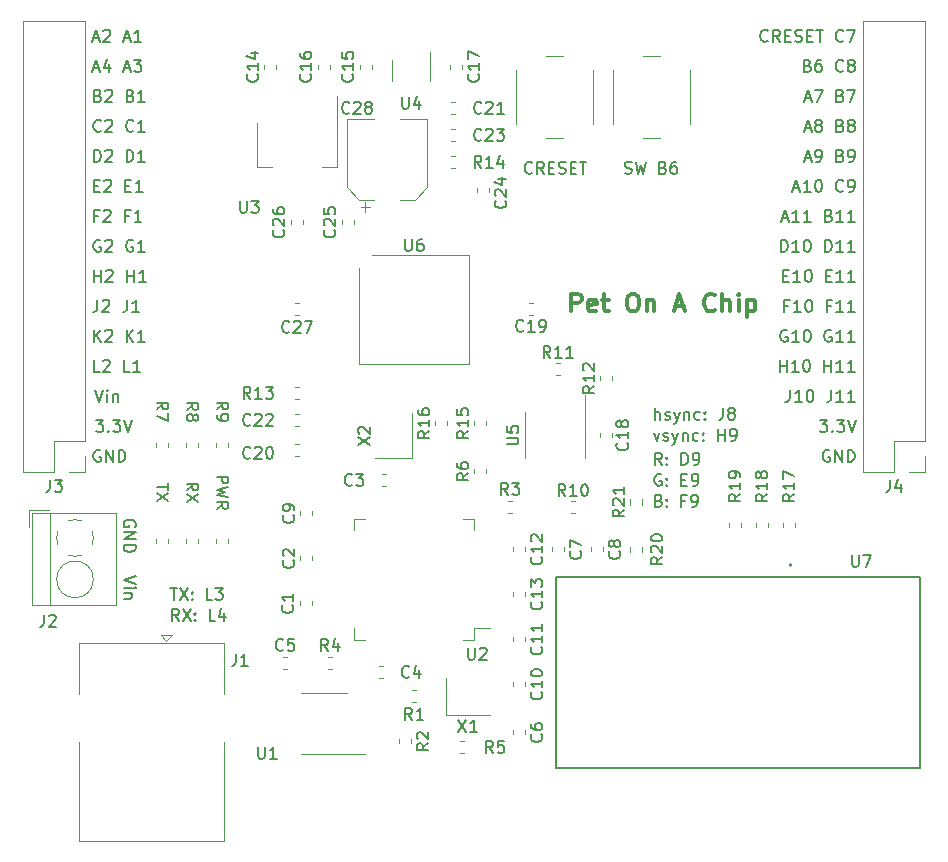
<source format=gbr>
G04 #@! TF.GenerationSoftware,KiCad,Pcbnew,(5.1.9-0-10_14)*
G04 #@! TF.CreationDate,2021-04-14T19:06:18-04:00*
G04 #@! TF.ProjectId,delux pet on a chip,64656c75-7820-4706-9574-206f6e206120,rev?*
G04 #@! TF.SameCoordinates,Original*
G04 #@! TF.FileFunction,Legend,Top*
G04 #@! TF.FilePolarity,Positive*
%FSLAX46Y46*%
G04 Gerber Fmt 4.6, Leading zero omitted, Abs format (unit mm)*
G04 Created by KiCad (PCBNEW (5.1.9-0-10_14)) date 2021-04-14 19:06:18*
%MOMM*%
%LPD*%
G01*
G04 APERTURE LIST*
%ADD10C,0.150000*%
%ADD11C,0.152400*%
%ADD12C,0.300000*%
%ADD13C,0.120000*%
%ADD14C,0.200000*%
%ADD15C,0.127000*%
G04 APERTURE END LIST*
D10*
X92511619Y-127444666D02*
X93511619Y-127444666D01*
X93511619Y-127825619D01*
X93464000Y-127920857D01*
X93416380Y-127968476D01*
X93321142Y-128016095D01*
X93178285Y-128016095D01*
X93083047Y-127968476D01*
X93035428Y-127920857D01*
X92987809Y-127825619D01*
X92987809Y-127444666D01*
X93511619Y-128349428D02*
X92511619Y-128587523D01*
X93225904Y-128778000D01*
X92511619Y-128968476D01*
X93511619Y-129206571D01*
X92511619Y-130158952D02*
X92987809Y-129825619D01*
X92511619Y-129587523D02*
X93511619Y-129587523D01*
X93511619Y-129968476D01*
X93464000Y-130063714D01*
X93416380Y-130111333D01*
X93321142Y-130158952D01*
X93178285Y-130158952D01*
X93083047Y-130111333D01*
X93035428Y-130063714D01*
X92987809Y-129968476D01*
X92987809Y-129587523D01*
X88431619Y-128016095D02*
X88431619Y-128587523D01*
X87431619Y-128301809D02*
X88431619Y-128301809D01*
X88431619Y-128825619D02*
X87431619Y-129492285D01*
X88431619Y-129492285D02*
X87431619Y-128825619D01*
X89971619Y-128611333D02*
X90447809Y-128278000D01*
X89971619Y-128039904D02*
X90971619Y-128039904D01*
X90971619Y-128420857D01*
X90924000Y-128516095D01*
X90876380Y-128563714D01*
X90781142Y-128611333D01*
X90638285Y-128611333D01*
X90543047Y-128563714D01*
X90495428Y-128516095D01*
X90447809Y-128420857D01*
X90447809Y-128039904D01*
X90971619Y-128944666D02*
X89971619Y-129611333D01*
X90971619Y-129611333D02*
X89971619Y-128944666D01*
X127071714Y-101750761D02*
X127214571Y-101798380D01*
X127452666Y-101798380D01*
X127547904Y-101750761D01*
X127595523Y-101703142D01*
X127643142Y-101607904D01*
X127643142Y-101512666D01*
X127595523Y-101417428D01*
X127547904Y-101369809D01*
X127452666Y-101322190D01*
X127262190Y-101274571D01*
X127166952Y-101226952D01*
X127119333Y-101179333D01*
X127071714Y-101084095D01*
X127071714Y-100988857D01*
X127119333Y-100893619D01*
X127166952Y-100846000D01*
X127262190Y-100798380D01*
X127500285Y-100798380D01*
X127643142Y-100846000D01*
X127976476Y-100798380D02*
X128214571Y-101798380D01*
X128405047Y-101084095D01*
X128595523Y-101798380D01*
X128833619Y-100798380D01*
X130309809Y-101274571D02*
X130452666Y-101322190D01*
X130500285Y-101369809D01*
X130547904Y-101465047D01*
X130547904Y-101607904D01*
X130500285Y-101703142D01*
X130452666Y-101750761D01*
X130357428Y-101798380D01*
X129976476Y-101798380D01*
X129976476Y-100798380D01*
X130309809Y-100798380D01*
X130405047Y-100846000D01*
X130452666Y-100893619D01*
X130500285Y-100988857D01*
X130500285Y-101084095D01*
X130452666Y-101179333D01*
X130405047Y-101226952D01*
X130309809Y-101274571D01*
X129976476Y-101274571D01*
X131405047Y-100798380D02*
X131214571Y-100798380D01*
X131119333Y-100846000D01*
X131071714Y-100893619D01*
X130976476Y-101036476D01*
X130928857Y-101226952D01*
X130928857Y-101607904D01*
X130976476Y-101703142D01*
X131024095Y-101750761D01*
X131119333Y-101798380D01*
X131309809Y-101798380D01*
X131405047Y-101750761D01*
X131452666Y-101703142D01*
X131500285Y-101607904D01*
X131500285Y-101369809D01*
X131452666Y-101274571D01*
X131405047Y-101226952D01*
X131309809Y-101179333D01*
X131119333Y-101179333D01*
X131024095Y-101226952D01*
X130976476Y-101274571D01*
X130928857Y-101369809D01*
X119205619Y-101703142D02*
X119158000Y-101750761D01*
X119015142Y-101798380D01*
X118919904Y-101798380D01*
X118777047Y-101750761D01*
X118681809Y-101655523D01*
X118634190Y-101560285D01*
X118586571Y-101369809D01*
X118586571Y-101226952D01*
X118634190Y-101036476D01*
X118681809Y-100941238D01*
X118777047Y-100846000D01*
X118919904Y-100798380D01*
X119015142Y-100798380D01*
X119158000Y-100846000D01*
X119205619Y-100893619D01*
X120205619Y-101798380D02*
X119872285Y-101322190D01*
X119634190Y-101798380D02*
X119634190Y-100798380D01*
X120015142Y-100798380D01*
X120110380Y-100846000D01*
X120158000Y-100893619D01*
X120205619Y-100988857D01*
X120205619Y-101131714D01*
X120158000Y-101226952D01*
X120110380Y-101274571D01*
X120015142Y-101322190D01*
X119634190Y-101322190D01*
X120634190Y-101274571D02*
X120967523Y-101274571D01*
X121110380Y-101798380D02*
X120634190Y-101798380D01*
X120634190Y-100798380D01*
X121110380Y-100798380D01*
X121491333Y-101750761D02*
X121634190Y-101798380D01*
X121872285Y-101798380D01*
X121967523Y-101750761D01*
X122015142Y-101703142D01*
X122062761Y-101607904D01*
X122062761Y-101512666D01*
X122015142Y-101417428D01*
X121967523Y-101369809D01*
X121872285Y-101322190D01*
X121681809Y-101274571D01*
X121586571Y-101226952D01*
X121538952Y-101179333D01*
X121491333Y-101084095D01*
X121491333Y-100988857D01*
X121538952Y-100893619D01*
X121586571Y-100846000D01*
X121681809Y-100798380D01*
X121919904Y-100798380D01*
X122062761Y-100846000D01*
X122491333Y-101274571D02*
X122824666Y-101274571D01*
X122967523Y-101798380D02*
X122491333Y-101798380D01*
X122491333Y-100798380D01*
X122967523Y-100798380D01*
X123253238Y-100798380D02*
X123824666Y-100798380D01*
X123538952Y-101798380D02*
X123538952Y-100798380D01*
X89299023Y-139644380D02*
X88965690Y-139168190D01*
X88727595Y-139644380D02*
X88727595Y-138644380D01*
X89108547Y-138644380D01*
X89203785Y-138692000D01*
X89251404Y-138739619D01*
X89299023Y-138834857D01*
X89299023Y-138977714D01*
X89251404Y-139072952D01*
X89203785Y-139120571D01*
X89108547Y-139168190D01*
X88727595Y-139168190D01*
X89632357Y-138644380D02*
X90299023Y-139644380D01*
X90299023Y-138644380D02*
X89632357Y-139644380D01*
X90679976Y-139549142D02*
X90727595Y-139596761D01*
X90679976Y-139644380D01*
X90632357Y-139596761D01*
X90679976Y-139549142D01*
X90679976Y-139644380D01*
X90679976Y-139025333D02*
X90727595Y-139072952D01*
X90679976Y-139120571D01*
X90632357Y-139072952D01*
X90679976Y-139025333D01*
X90679976Y-139120571D01*
X92394261Y-139644380D02*
X91918071Y-139644380D01*
X91918071Y-138644380D01*
X93156166Y-138977714D02*
X93156166Y-139644380D01*
X92918071Y-138596761D02*
X92679976Y-139311047D01*
X93299023Y-139311047D01*
X88584738Y-136866380D02*
X89156166Y-136866380D01*
X88870452Y-137866380D02*
X88870452Y-136866380D01*
X89394261Y-136866380D02*
X90060928Y-137866380D01*
X90060928Y-136866380D02*
X89394261Y-137866380D01*
X90441880Y-137771142D02*
X90489500Y-137818761D01*
X90441880Y-137866380D01*
X90394261Y-137818761D01*
X90441880Y-137771142D01*
X90441880Y-137866380D01*
X90441880Y-137247333D02*
X90489500Y-137294952D01*
X90441880Y-137342571D01*
X90394261Y-137294952D01*
X90441880Y-137247333D01*
X90441880Y-137342571D01*
X92156166Y-137866380D02*
X91679976Y-137866380D01*
X91679976Y-136866380D01*
X92394261Y-136866380D02*
X93013309Y-136866380D01*
X92679976Y-137247333D01*
X92822833Y-137247333D01*
X92918071Y-137294952D01*
X92965690Y-137342571D01*
X93013309Y-137437809D01*
X93013309Y-137675904D01*
X92965690Y-137771142D01*
X92918071Y-137818761D01*
X92822833Y-137866380D01*
X92537119Y-137866380D01*
X92441880Y-137818761D01*
X92394261Y-137771142D01*
X129954928Y-129468571D02*
X130097785Y-129516190D01*
X130145404Y-129563809D01*
X130193023Y-129659047D01*
X130193023Y-129801904D01*
X130145404Y-129897142D01*
X130097785Y-129944761D01*
X130002547Y-129992380D01*
X129621595Y-129992380D01*
X129621595Y-128992380D01*
X129954928Y-128992380D01*
X130050166Y-129040000D01*
X130097785Y-129087619D01*
X130145404Y-129182857D01*
X130145404Y-129278095D01*
X130097785Y-129373333D01*
X130050166Y-129420952D01*
X129954928Y-129468571D01*
X129621595Y-129468571D01*
X130621595Y-129897142D02*
X130669214Y-129944761D01*
X130621595Y-129992380D01*
X130573976Y-129944761D01*
X130621595Y-129897142D01*
X130621595Y-129992380D01*
X130621595Y-129373333D02*
X130669214Y-129420952D01*
X130621595Y-129468571D01*
X130573976Y-129420952D01*
X130621595Y-129373333D01*
X130621595Y-129468571D01*
X132193023Y-129468571D02*
X131859690Y-129468571D01*
X131859690Y-129992380D02*
X131859690Y-128992380D01*
X132335880Y-128992380D01*
X132764452Y-129992380D02*
X132954928Y-129992380D01*
X133050166Y-129944761D01*
X133097785Y-129897142D01*
X133193023Y-129754285D01*
X133240642Y-129563809D01*
X133240642Y-129182857D01*
X133193023Y-129087619D01*
X133145404Y-129040000D01*
X133050166Y-128992380D01*
X132859690Y-128992380D01*
X132764452Y-129040000D01*
X132716833Y-129087619D01*
X132669214Y-129182857D01*
X132669214Y-129420952D01*
X132716833Y-129516190D01*
X132764452Y-129563809D01*
X132859690Y-129611428D01*
X133050166Y-129611428D01*
X133145404Y-129563809D01*
X133193023Y-129516190D01*
X133240642Y-129420952D01*
X130145404Y-127262000D02*
X130050166Y-127214380D01*
X129907309Y-127214380D01*
X129764452Y-127262000D01*
X129669214Y-127357238D01*
X129621595Y-127452476D01*
X129573976Y-127642952D01*
X129573976Y-127785809D01*
X129621595Y-127976285D01*
X129669214Y-128071523D01*
X129764452Y-128166761D01*
X129907309Y-128214380D01*
X130002547Y-128214380D01*
X130145404Y-128166761D01*
X130193023Y-128119142D01*
X130193023Y-127785809D01*
X130002547Y-127785809D01*
X130621595Y-128119142D02*
X130669214Y-128166761D01*
X130621595Y-128214380D01*
X130573976Y-128166761D01*
X130621595Y-128119142D01*
X130621595Y-128214380D01*
X130621595Y-127595333D02*
X130669214Y-127642952D01*
X130621595Y-127690571D01*
X130573976Y-127642952D01*
X130621595Y-127595333D01*
X130621595Y-127690571D01*
X131859690Y-127690571D02*
X132193023Y-127690571D01*
X132335880Y-128214380D02*
X131859690Y-128214380D01*
X131859690Y-127214380D01*
X132335880Y-127214380D01*
X132812071Y-128214380D02*
X133002547Y-128214380D01*
X133097785Y-128166761D01*
X133145404Y-128119142D01*
X133240642Y-127976285D01*
X133288261Y-127785809D01*
X133288261Y-127404857D01*
X133240642Y-127309619D01*
X133193023Y-127262000D01*
X133097785Y-127214380D01*
X132907309Y-127214380D01*
X132812071Y-127262000D01*
X132764452Y-127309619D01*
X132716833Y-127404857D01*
X132716833Y-127642952D01*
X132764452Y-127738190D01*
X132812071Y-127785809D01*
X132907309Y-127833428D01*
X133097785Y-127833428D01*
X133193023Y-127785809D01*
X133240642Y-127738190D01*
X133288261Y-127642952D01*
X130193023Y-126436380D02*
X129859690Y-125960190D01*
X129621595Y-126436380D02*
X129621595Y-125436380D01*
X130002547Y-125436380D01*
X130097785Y-125484000D01*
X130145404Y-125531619D01*
X130193023Y-125626857D01*
X130193023Y-125769714D01*
X130145404Y-125864952D01*
X130097785Y-125912571D01*
X130002547Y-125960190D01*
X129621595Y-125960190D01*
X130621595Y-126341142D02*
X130669214Y-126388761D01*
X130621595Y-126436380D01*
X130573976Y-126388761D01*
X130621595Y-126341142D01*
X130621595Y-126436380D01*
X130621595Y-125817333D02*
X130669214Y-125864952D01*
X130621595Y-125912571D01*
X130573976Y-125864952D01*
X130621595Y-125817333D01*
X130621595Y-125912571D01*
X131859690Y-126436380D02*
X131859690Y-125436380D01*
X132097785Y-125436380D01*
X132240642Y-125484000D01*
X132335880Y-125579238D01*
X132383500Y-125674476D01*
X132431119Y-125864952D01*
X132431119Y-126007809D01*
X132383500Y-126198285D01*
X132335880Y-126293523D01*
X132240642Y-126388761D01*
X132097785Y-126436380D01*
X131859690Y-126436380D01*
X132907309Y-126436380D02*
X133097785Y-126436380D01*
X133193023Y-126388761D01*
X133240642Y-126341142D01*
X133335880Y-126198285D01*
X133383500Y-126007809D01*
X133383500Y-125626857D01*
X133335880Y-125531619D01*
X133288261Y-125484000D01*
X133193023Y-125436380D01*
X133002547Y-125436380D01*
X132907309Y-125484000D01*
X132859690Y-125531619D01*
X132812071Y-125626857D01*
X132812071Y-125864952D01*
X132859690Y-125960190D01*
X132907309Y-126007809D01*
X133002547Y-126055428D01*
X133193023Y-126055428D01*
X133288261Y-126007809D01*
X133335880Y-125960190D01*
X133383500Y-125864952D01*
X129526357Y-123737714D02*
X129764452Y-124404380D01*
X130002547Y-123737714D01*
X130335880Y-124356761D02*
X130431119Y-124404380D01*
X130621595Y-124404380D01*
X130716833Y-124356761D01*
X130764452Y-124261523D01*
X130764452Y-124213904D01*
X130716833Y-124118666D01*
X130621595Y-124071047D01*
X130478738Y-124071047D01*
X130383500Y-124023428D01*
X130335880Y-123928190D01*
X130335880Y-123880571D01*
X130383500Y-123785333D01*
X130478738Y-123737714D01*
X130621595Y-123737714D01*
X130716833Y-123785333D01*
X131097785Y-123737714D02*
X131335880Y-124404380D01*
X131573976Y-123737714D02*
X131335880Y-124404380D01*
X131240642Y-124642476D01*
X131193023Y-124690095D01*
X131097785Y-124737714D01*
X131954928Y-123737714D02*
X131954928Y-124404380D01*
X131954928Y-123832952D02*
X132002547Y-123785333D01*
X132097785Y-123737714D01*
X132240642Y-123737714D01*
X132335880Y-123785333D01*
X132383500Y-123880571D01*
X132383500Y-124404380D01*
X133288261Y-124356761D02*
X133193023Y-124404380D01*
X133002547Y-124404380D01*
X132907309Y-124356761D01*
X132859690Y-124309142D01*
X132812071Y-124213904D01*
X132812071Y-123928190D01*
X132859690Y-123832952D01*
X132907309Y-123785333D01*
X133002547Y-123737714D01*
X133193023Y-123737714D01*
X133288261Y-123785333D01*
X133716833Y-124309142D02*
X133764452Y-124356761D01*
X133716833Y-124404380D01*
X133669214Y-124356761D01*
X133716833Y-124309142D01*
X133716833Y-124404380D01*
X133716833Y-123785333D02*
X133764452Y-123832952D01*
X133716833Y-123880571D01*
X133669214Y-123832952D01*
X133716833Y-123785333D01*
X133716833Y-123880571D01*
X134954928Y-124404380D02*
X134954928Y-123404380D01*
X134954928Y-123880571D02*
X135526357Y-123880571D01*
X135526357Y-124404380D02*
X135526357Y-123404380D01*
X136050166Y-124404380D02*
X136240642Y-124404380D01*
X136335880Y-124356761D01*
X136383500Y-124309142D01*
X136478738Y-124166285D01*
X136526357Y-123975809D01*
X136526357Y-123594857D01*
X136478738Y-123499619D01*
X136431119Y-123452000D01*
X136335880Y-123404380D01*
X136145404Y-123404380D01*
X136050166Y-123452000D01*
X136002547Y-123499619D01*
X135954928Y-123594857D01*
X135954928Y-123832952D01*
X136002547Y-123928190D01*
X136050166Y-123975809D01*
X136145404Y-124023428D01*
X136335880Y-124023428D01*
X136431119Y-123975809D01*
X136478738Y-123928190D01*
X136526357Y-123832952D01*
X129621595Y-122626380D02*
X129621595Y-121626380D01*
X130050166Y-122626380D02*
X130050166Y-122102571D01*
X130002547Y-122007333D01*
X129907309Y-121959714D01*
X129764452Y-121959714D01*
X129669214Y-122007333D01*
X129621595Y-122054952D01*
X130478738Y-122578761D02*
X130573976Y-122626380D01*
X130764452Y-122626380D01*
X130859690Y-122578761D01*
X130907309Y-122483523D01*
X130907309Y-122435904D01*
X130859690Y-122340666D01*
X130764452Y-122293047D01*
X130621595Y-122293047D01*
X130526357Y-122245428D01*
X130478738Y-122150190D01*
X130478738Y-122102571D01*
X130526357Y-122007333D01*
X130621595Y-121959714D01*
X130764452Y-121959714D01*
X130859690Y-122007333D01*
X131240642Y-121959714D02*
X131478738Y-122626380D01*
X131716833Y-121959714D02*
X131478738Y-122626380D01*
X131383500Y-122864476D01*
X131335880Y-122912095D01*
X131240642Y-122959714D01*
X132097785Y-121959714D02*
X132097785Y-122626380D01*
X132097785Y-122054952D02*
X132145404Y-122007333D01*
X132240642Y-121959714D01*
X132383500Y-121959714D01*
X132478738Y-122007333D01*
X132526357Y-122102571D01*
X132526357Y-122626380D01*
X133431119Y-122578761D02*
X133335880Y-122626380D01*
X133145404Y-122626380D01*
X133050166Y-122578761D01*
X133002547Y-122531142D01*
X132954928Y-122435904D01*
X132954928Y-122150190D01*
X133002547Y-122054952D01*
X133050166Y-122007333D01*
X133145404Y-121959714D01*
X133335880Y-121959714D01*
X133431119Y-122007333D01*
X133859690Y-122531142D02*
X133907309Y-122578761D01*
X133859690Y-122626380D01*
X133812071Y-122578761D01*
X133859690Y-122531142D01*
X133859690Y-122626380D01*
X133859690Y-122007333D02*
X133907309Y-122054952D01*
X133859690Y-122102571D01*
X133812071Y-122054952D01*
X133859690Y-122007333D01*
X133859690Y-122102571D01*
X135383500Y-121626380D02*
X135383500Y-122340666D01*
X135335880Y-122483523D01*
X135240642Y-122578761D01*
X135097785Y-122626380D01*
X135002547Y-122626380D01*
X136002547Y-122054952D02*
X135907309Y-122007333D01*
X135859690Y-121959714D01*
X135812071Y-121864476D01*
X135812071Y-121816857D01*
X135859690Y-121721619D01*
X135907309Y-121674000D01*
X136002547Y-121626380D01*
X136193023Y-121626380D01*
X136288261Y-121674000D01*
X136335880Y-121721619D01*
X136383500Y-121816857D01*
X136383500Y-121864476D01*
X136335880Y-121959714D01*
X136288261Y-122007333D01*
X136193023Y-122054952D01*
X136002547Y-122054952D01*
X135907309Y-122102571D01*
X135859690Y-122150190D01*
X135812071Y-122245428D01*
X135812071Y-122435904D01*
X135859690Y-122531142D01*
X135907309Y-122578761D01*
X136002547Y-122626380D01*
X136193023Y-122626380D01*
X136288261Y-122578761D01*
X136335880Y-122531142D01*
X136383500Y-122435904D01*
X136383500Y-122245428D01*
X136335880Y-122150190D01*
X136288261Y-122102571D01*
X136193023Y-122054952D01*
D11*
X85598000Y-131683155D02*
X85646380Y-131586393D01*
X85646380Y-131441250D01*
X85598000Y-131296107D01*
X85501238Y-131199345D01*
X85404476Y-131150964D01*
X85210952Y-131102583D01*
X85065809Y-131102583D01*
X84872285Y-131150964D01*
X84775523Y-131199345D01*
X84678761Y-131296107D01*
X84630380Y-131441250D01*
X84630380Y-131538012D01*
X84678761Y-131683155D01*
X84727142Y-131731536D01*
X85065809Y-131731536D01*
X85065809Y-131538012D01*
X84630380Y-132166964D02*
X85646380Y-132166964D01*
X84630380Y-132747536D01*
X85646380Y-132747536D01*
X84630380Y-133231345D02*
X85646380Y-133231345D01*
X85646380Y-133473250D01*
X85598000Y-133618393D01*
X85501238Y-133715155D01*
X85404476Y-133763536D01*
X85210952Y-133811917D01*
X85065809Y-133811917D01*
X84872285Y-133763536D01*
X84775523Y-133715155D01*
X84678761Y-133618393D01*
X84630380Y-133473250D01*
X84630380Y-133231345D01*
X85646380Y-135831821D02*
X84630380Y-136170488D01*
X85646380Y-136509155D01*
X84630380Y-136847821D02*
X85307714Y-136847821D01*
X85646380Y-136847821D02*
X85598000Y-136799440D01*
X85549619Y-136847821D01*
X85598000Y-136896202D01*
X85646380Y-136847821D01*
X85549619Y-136847821D01*
X85307714Y-137331631D02*
X84630380Y-137331631D01*
X85210952Y-137331631D02*
X85259333Y-137380012D01*
X85307714Y-137476774D01*
X85307714Y-137621917D01*
X85259333Y-137718679D01*
X85162571Y-137767060D01*
X84630380Y-137767060D01*
X144390654Y-125222000D02*
X144293892Y-125173619D01*
X144148749Y-125173619D01*
X144003606Y-125222000D01*
X143906844Y-125318761D01*
X143858463Y-125415523D01*
X143810082Y-125609047D01*
X143810082Y-125754190D01*
X143858463Y-125947714D01*
X143906844Y-126044476D01*
X144003606Y-126141238D01*
X144148749Y-126189619D01*
X144245511Y-126189619D01*
X144390654Y-126141238D01*
X144439035Y-126092857D01*
X144439035Y-125754190D01*
X144245511Y-125754190D01*
X144874463Y-126189619D02*
X144874463Y-125173619D01*
X145455035Y-126189619D01*
X145455035Y-125173619D01*
X145938844Y-126189619D02*
X145938844Y-125173619D01*
X146180749Y-125173619D01*
X146325892Y-125222000D01*
X146422654Y-125318761D01*
X146471035Y-125415523D01*
X146519416Y-125609047D01*
X146519416Y-125754190D01*
X146471035Y-125947714D01*
X146422654Y-126044476D01*
X146325892Y-126141238D01*
X146180749Y-126189619D01*
X145938844Y-126189619D01*
X143568178Y-122633619D02*
X144197130Y-122633619D01*
X143858463Y-123020666D01*
X144003606Y-123020666D01*
X144100368Y-123069047D01*
X144148749Y-123117428D01*
X144197130Y-123214190D01*
X144197130Y-123456095D01*
X144148749Y-123552857D01*
X144100368Y-123601238D01*
X144003606Y-123649619D01*
X143713320Y-123649619D01*
X143616559Y-123601238D01*
X143568178Y-123552857D01*
X144632559Y-123552857D02*
X144680940Y-123601238D01*
X144632559Y-123649619D01*
X144584178Y-123601238D01*
X144632559Y-123552857D01*
X144632559Y-123649619D01*
X145019606Y-122633619D02*
X145648559Y-122633619D01*
X145309892Y-123020666D01*
X145455035Y-123020666D01*
X145551797Y-123069047D01*
X145600178Y-123117428D01*
X145648559Y-123214190D01*
X145648559Y-123456095D01*
X145600178Y-123552857D01*
X145551797Y-123601238D01*
X145455035Y-123649619D01*
X145164749Y-123649619D01*
X145067987Y-123601238D01*
X145019606Y-123552857D01*
X145938844Y-122633619D02*
X146277511Y-123649619D01*
X146616178Y-122633619D01*
X141052368Y-120093619D02*
X141052368Y-120819333D01*
X141003987Y-120964476D01*
X140907225Y-121061238D01*
X140762082Y-121109619D01*
X140665320Y-121109619D01*
X142068368Y-121109619D02*
X141487797Y-121109619D01*
X141778082Y-121109619D02*
X141778082Y-120093619D01*
X141681320Y-120238761D01*
X141584559Y-120335523D01*
X141487797Y-120383904D01*
X142697320Y-120093619D02*
X142794082Y-120093619D01*
X142890844Y-120142000D01*
X142939225Y-120190380D01*
X142987606Y-120287142D01*
X143035987Y-120480666D01*
X143035987Y-120722571D01*
X142987606Y-120916095D01*
X142939225Y-121012857D01*
X142890844Y-121061238D01*
X142794082Y-121109619D01*
X142697320Y-121109619D01*
X142600559Y-121061238D01*
X142552178Y-121012857D01*
X142503797Y-120916095D01*
X142455416Y-120722571D01*
X142455416Y-120480666D01*
X142503797Y-120287142D01*
X142552178Y-120190380D01*
X142600559Y-120142000D01*
X142697320Y-120093619D01*
X144535797Y-120093619D02*
X144535797Y-120819333D01*
X144487416Y-120964476D01*
X144390654Y-121061238D01*
X144245511Y-121109619D01*
X144148749Y-121109619D01*
X145551797Y-121109619D02*
X144971225Y-121109619D01*
X145261511Y-121109619D02*
X145261511Y-120093619D01*
X145164749Y-120238761D01*
X145067987Y-120335523D01*
X144971225Y-120383904D01*
X146519416Y-121109619D02*
X145938844Y-121109619D01*
X146229130Y-121109619D02*
X146229130Y-120093619D01*
X146132368Y-120238761D01*
X146035606Y-120335523D01*
X145938844Y-120383904D01*
X140181511Y-118569619D02*
X140181511Y-117553619D01*
X140181511Y-118037428D02*
X140762082Y-118037428D01*
X140762082Y-118569619D02*
X140762082Y-117553619D01*
X141778082Y-118569619D02*
X141197511Y-118569619D01*
X141487797Y-118569619D02*
X141487797Y-117553619D01*
X141391035Y-117698761D01*
X141294273Y-117795523D01*
X141197511Y-117843904D01*
X142407035Y-117553619D02*
X142503797Y-117553619D01*
X142600559Y-117602000D01*
X142648940Y-117650380D01*
X142697320Y-117747142D01*
X142745701Y-117940666D01*
X142745701Y-118182571D01*
X142697320Y-118376095D01*
X142648940Y-118472857D01*
X142600559Y-118521238D01*
X142503797Y-118569619D01*
X142407035Y-118569619D01*
X142310273Y-118521238D01*
X142261892Y-118472857D01*
X142213511Y-118376095D01*
X142165130Y-118182571D01*
X142165130Y-117940666D01*
X142213511Y-117747142D01*
X142261892Y-117650380D01*
X142310273Y-117602000D01*
X142407035Y-117553619D01*
X143955225Y-118569619D02*
X143955225Y-117553619D01*
X143955225Y-118037428D02*
X144535797Y-118037428D01*
X144535797Y-118569619D02*
X144535797Y-117553619D01*
X145551797Y-118569619D02*
X144971225Y-118569619D01*
X145261511Y-118569619D02*
X145261511Y-117553619D01*
X145164749Y-117698761D01*
X145067987Y-117795523D01*
X144971225Y-117843904D01*
X146519416Y-118569619D02*
X145938844Y-118569619D01*
X146229130Y-118569619D02*
X146229130Y-117553619D01*
X146132368Y-117698761D01*
X146035606Y-117795523D01*
X145938844Y-117843904D01*
X140375035Y-105579333D02*
X140858844Y-105579333D01*
X140278273Y-105869619D02*
X140616940Y-104853619D01*
X140955606Y-105869619D01*
X141826463Y-105869619D02*
X141245892Y-105869619D01*
X141536178Y-105869619D02*
X141536178Y-104853619D01*
X141439416Y-104998761D01*
X141342654Y-105095523D01*
X141245892Y-105143904D01*
X142794082Y-105869619D02*
X142213511Y-105869619D01*
X142503797Y-105869619D02*
X142503797Y-104853619D01*
X142407035Y-104998761D01*
X142310273Y-105095523D01*
X142213511Y-105143904D01*
X144342273Y-105337428D02*
X144487416Y-105385809D01*
X144535797Y-105434190D01*
X144584178Y-105530952D01*
X144584178Y-105676095D01*
X144535797Y-105772857D01*
X144487416Y-105821238D01*
X144390654Y-105869619D01*
X144003606Y-105869619D01*
X144003606Y-104853619D01*
X144342273Y-104853619D01*
X144439035Y-104902000D01*
X144487416Y-104950380D01*
X144535797Y-105047142D01*
X144535797Y-105143904D01*
X144487416Y-105240666D01*
X144439035Y-105289047D01*
X144342273Y-105337428D01*
X144003606Y-105337428D01*
X145551797Y-105869619D02*
X144971225Y-105869619D01*
X145261511Y-105869619D02*
X145261511Y-104853619D01*
X145164749Y-104998761D01*
X145067987Y-105095523D01*
X144971225Y-105143904D01*
X146519416Y-105869619D02*
X145938844Y-105869619D01*
X146229130Y-105869619D02*
X146229130Y-104853619D01*
X146132368Y-104998761D01*
X146035606Y-105095523D01*
X145938844Y-105143904D01*
X140810463Y-115062000D02*
X140713701Y-115013619D01*
X140568559Y-115013619D01*
X140423416Y-115062000D01*
X140326654Y-115158761D01*
X140278273Y-115255523D01*
X140229892Y-115449047D01*
X140229892Y-115594190D01*
X140278273Y-115787714D01*
X140326654Y-115884476D01*
X140423416Y-115981238D01*
X140568559Y-116029619D01*
X140665320Y-116029619D01*
X140810463Y-115981238D01*
X140858844Y-115932857D01*
X140858844Y-115594190D01*
X140665320Y-115594190D01*
X141826463Y-116029619D02*
X141245892Y-116029619D01*
X141536178Y-116029619D02*
X141536178Y-115013619D01*
X141439416Y-115158761D01*
X141342654Y-115255523D01*
X141245892Y-115303904D01*
X142455416Y-115013619D02*
X142552178Y-115013619D01*
X142648940Y-115062000D01*
X142697320Y-115110380D01*
X142745701Y-115207142D01*
X142794082Y-115400666D01*
X142794082Y-115642571D01*
X142745701Y-115836095D01*
X142697320Y-115932857D01*
X142648940Y-115981238D01*
X142552178Y-116029619D01*
X142455416Y-116029619D01*
X142358654Y-115981238D01*
X142310273Y-115932857D01*
X142261892Y-115836095D01*
X142213511Y-115642571D01*
X142213511Y-115400666D01*
X142261892Y-115207142D01*
X142310273Y-115110380D01*
X142358654Y-115062000D01*
X142455416Y-115013619D01*
X144535797Y-115062000D02*
X144439035Y-115013619D01*
X144293892Y-115013619D01*
X144148749Y-115062000D01*
X144051987Y-115158761D01*
X144003606Y-115255523D01*
X143955225Y-115449047D01*
X143955225Y-115594190D01*
X144003606Y-115787714D01*
X144051987Y-115884476D01*
X144148749Y-115981238D01*
X144293892Y-116029619D01*
X144390654Y-116029619D01*
X144535797Y-115981238D01*
X144584178Y-115932857D01*
X144584178Y-115594190D01*
X144390654Y-115594190D01*
X145551797Y-116029619D02*
X144971225Y-116029619D01*
X145261511Y-116029619D02*
X145261511Y-115013619D01*
X145164749Y-115158761D01*
X145067987Y-115255523D01*
X144971225Y-115303904D01*
X146519416Y-116029619D02*
X145938844Y-116029619D01*
X146229130Y-116029619D02*
X146229130Y-115013619D01*
X146132368Y-115158761D01*
X146035606Y-115255523D01*
X145938844Y-115303904D01*
X140907225Y-112957428D02*
X140568559Y-112957428D01*
X140568559Y-113489619D02*
X140568559Y-112473619D01*
X141052368Y-112473619D01*
X141971606Y-113489619D02*
X141391035Y-113489619D01*
X141681320Y-113489619D02*
X141681320Y-112473619D01*
X141584559Y-112618761D01*
X141487797Y-112715523D01*
X141391035Y-112763904D01*
X142600559Y-112473619D02*
X142697320Y-112473619D01*
X142794082Y-112522000D01*
X142842463Y-112570380D01*
X142890844Y-112667142D01*
X142939225Y-112860666D01*
X142939225Y-113102571D01*
X142890844Y-113296095D01*
X142842463Y-113392857D01*
X142794082Y-113441238D01*
X142697320Y-113489619D01*
X142600559Y-113489619D01*
X142503797Y-113441238D01*
X142455416Y-113392857D01*
X142407035Y-113296095D01*
X142358654Y-113102571D01*
X142358654Y-112860666D01*
X142407035Y-112667142D01*
X142455416Y-112570380D01*
X142503797Y-112522000D01*
X142600559Y-112473619D01*
X144487416Y-112957428D02*
X144148749Y-112957428D01*
X144148749Y-113489619D02*
X144148749Y-112473619D01*
X144632559Y-112473619D01*
X145551797Y-113489619D02*
X144971225Y-113489619D01*
X145261511Y-113489619D02*
X145261511Y-112473619D01*
X145164749Y-112618761D01*
X145067987Y-112715523D01*
X144971225Y-112763904D01*
X146519416Y-113489619D02*
X145938844Y-113489619D01*
X146229130Y-113489619D02*
X146229130Y-112473619D01*
X146132368Y-112618761D01*
X146035606Y-112715523D01*
X145938844Y-112763904D01*
X140471797Y-110417428D02*
X140810463Y-110417428D01*
X140955606Y-110949619D02*
X140471797Y-110949619D01*
X140471797Y-109933619D01*
X140955606Y-109933619D01*
X141923225Y-110949619D02*
X141342654Y-110949619D01*
X141632940Y-110949619D02*
X141632940Y-109933619D01*
X141536178Y-110078761D01*
X141439416Y-110175523D01*
X141342654Y-110223904D01*
X142552178Y-109933619D02*
X142648940Y-109933619D01*
X142745701Y-109982000D01*
X142794082Y-110030380D01*
X142842463Y-110127142D01*
X142890844Y-110320666D01*
X142890844Y-110562571D01*
X142842463Y-110756095D01*
X142794082Y-110852857D01*
X142745701Y-110901238D01*
X142648940Y-110949619D01*
X142552178Y-110949619D01*
X142455416Y-110901238D01*
X142407035Y-110852857D01*
X142358654Y-110756095D01*
X142310273Y-110562571D01*
X142310273Y-110320666D01*
X142358654Y-110127142D01*
X142407035Y-110030380D01*
X142455416Y-109982000D01*
X142552178Y-109933619D01*
X144100368Y-110417428D02*
X144439035Y-110417428D01*
X144584178Y-110949619D02*
X144100368Y-110949619D01*
X144100368Y-109933619D01*
X144584178Y-109933619D01*
X145551797Y-110949619D02*
X144971225Y-110949619D01*
X145261511Y-110949619D02*
X145261511Y-109933619D01*
X145164749Y-110078761D01*
X145067987Y-110175523D01*
X144971225Y-110223904D01*
X146519416Y-110949619D02*
X145938844Y-110949619D01*
X146229130Y-110949619D02*
X146229130Y-109933619D01*
X146132368Y-110078761D01*
X146035606Y-110175523D01*
X145938844Y-110223904D01*
X140278273Y-108409619D02*
X140278273Y-107393619D01*
X140520178Y-107393619D01*
X140665320Y-107442000D01*
X140762082Y-107538761D01*
X140810463Y-107635523D01*
X140858844Y-107829047D01*
X140858844Y-107974190D01*
X140810463Y-108167714D01*
X140762082Y-108264476D01*
X140665320Y-108361238D01*
X140520178Y-108409619D01*
X140278273Y-108409619D01*
X141826463Y-108409619D02*
X141245892Y-108409619D01*
X141536178Y-108409619D02*
X141536178Y-107393619D01*
X141439416Y-107538761D01*
X141342654Y-107635523D01*
X141245892Y-107683904D01*
X142455416Y-107393619D02*
X142552178Y-107393619D01*
X142648940Y-107442000D01*
X142697320Y-107490380D01*
X142745701Y-107587142D01*
X142794082Y-107780666D01*
X142794082Y-108022571D01*
X142745701Y-108216095D01*
X142697320Y-108312857D01*
X142648940Y-108361238D01*
X142552178Y-108409619D01*
X142455416Y-108409619D01*
X142358654Y-108361238D01*
X142310273Y-108312857D01*
X142261892Y-108216095D01*
X142213511Y-108022571D01*
X142213511Y-107780666D01*
X142261892Y-107587142D01*
X142310273Y-107490380D01*
X142358654Y-107442000D01*
X142455416Y-107393619D01*
X144003606Y-108409619D02*
X144003606Y-107393619D01*
X144245511Y-107393619D01*
X144390654Y-107442000D01*
X144487416Y-107538761D01*
X144535797Y-107635523D01*
X144584178Y-107829047D01*
X144584178Y-107974190D01*
X144535797Y-108167714D01*
X144487416Y-108264476D01*
X144390654Y-108361238D01*
X144245511Y-108409619D01*
X144003606Y-108409619D01*
X145551797Y-108409619D02*
X144971225Y-108409619D01*
X145261511Y-108409619D02*
X145261511Y-107393619D01*
X145164749Y-107538761D01*
X145067987Y-107635523D01*
X144971225Y-107683904D01*
X146519416Y-108409619D02*
X145938844Y-108409619D01*
X146229130Y-108409619D02*
X146229130Y-107393619D01*
X146132368Y-107538761D01*
X146035606Y-107635523D01*
X145938844Y-107683904D01*
X141342654Y-103039333D02*
X141826463Y-103039333D01*
X141245892Y-103329619D02*
X141584559Y-102313619D01*
X141923225Y-103329619D01*
X142794082Y-103329619D02*
X142213511Y-103329619D01*
X142503797Y-103329619D02*
X142503797Y-102313619D01*
X142407035Y-102458761D01*
X142310273Y-102555523D01*
X142213511Y-102603904D01*
X143423035Y-102313619D02*
X143519797Y-102313619D01*
X143616559Y-102362000D01*
X143664940Y-102410380D01*
X143713320Y-102507142D01*
X143761701Y-102700666D01*
X143761701Y-102942571D01*
X143713320Y-103136095D01*
X143664940Y-103232857D01*
X143616559Y-103281238D01*
X143519797Y-103329619D01*
X143423035Y-103329619D01*
X143326273Y-103281238D01*
X143277892Y-103232857D01*
X143229511Y-103136095D01*
X143181130Y-102942571D01*
X143181130Y-102700666D01*
X143229511Y-102507142D01*
X143277892Y-102410380D01*
X143326273Y-102362000D01*
X143423035Y-102313619D01*
X145551797Y-103232857D02*
X145503416Y-103281238D01*
X145358273Y-103329619D01*
X145261511Y-103329619D01*
X145116368Y-103281238D01*
X145019606Y-103184476D01*
X144971225Y-103087714D01*
X144922844Y-102894190D01*
X144922844Y-102749047D01*
X144971225Y-102555523D01*
X145019606Y-102458761D01*
X145116368Y-102362000D01*
X145261511Y-102313619D01*
X145358273Y-102313619D01*
X145503416Y-102362000D01*
X145551797Y-102410380D01*
X146035606Y-103329619D02*
X146229130Y-103329619D01*
X146325892Y-103281238D01*
X146374273Y-103232857D01*
X146471035Y-103087714D01*
X146519416Y-102894190D01*
X146519416Y-102507142D01*
X146471035Y-102410380D01*
X146422654Y-102362000D01*
X146325892Y-102313619D01*
X146132368Y-102313619D01*
X146035606Y-102362000D01*
X145987225Y-102410380D01*
X145938844Y-102507142D01*
X145938844Y-102749047D01*
X145987225Y-102845809D01*
X146035606Y-102894190D01*
X146132368Y-102942571D01*
X146325892Y-102942571D01*
X146422654Y-102894190D01*
X146471035Y-102845809D01*
X146519416Y-102749047D01*
X142310273Y-100499333D02*
X142794082Y-100499333D01*
X142213511Y-100789619D02*
X142552178Y-99773619D01*
X142890844Y-100789619D01*
X143277892Y-100789619D02*
X143471416Y-100789619D01*
X143568178Y-100741238D01*
X143616559Y-100692857D01*
X143713320Y-100547714D01*
X143761701Y-100354190D01*
X143761701Y-99967142D01*
X143713320Y-99870380D01*
X143664940Y-99822000D01*
X143568178Y-99773619D01*
X143374654Y-99773619D01*
X143277892Y-99822000D01*
X143229511Y-99870380D01*
X143181130Y-99967142D01*
X143181130Y-100209047D01*
X143229511Y-100305809D01*
X143277892Y-100354190D01*
X143374654Y-100402571D01*
X143568178Y-100402571D01*
X143664940Y-100354190D01*
X143713320Y-100305809D01*
X143761701Y-100209047D01*
X145309892Y-100257428D02*
X145455035Y-100305809D01*
X145503416Y-100354190D01*
X145551797Y-100450952D01*
X145551797Y-100596095D01*
X145503416Y-100692857D01*
X145455035Y-100741238D01*
X145358273Y-100789619D01*
X144971225Y-100789619D01*
X144971225Y-99773619D01*
X145309892Y-99773619D01*
X145406654Y-99822000D01*
X145455035Y-99870380D01*
X145503416Y-99967142D01*
X145503416Y-100063904D01*
X145455035Y-100160666D01*
X145406654Y-100209047D01*
X145309892Y-100257428D01*
X144971225Y-100257428D01*
X146035606Y-100789619D02*
X146229130Y-100789619D01*
X146325892Y-100741238D01*
X146374273Y-100692857D01*
X146471035Y-100547714D01*
X146519416Y-100354190D01*
X146519416Y-99967142D01*
X146471035Y-99870380D01*
X146422654Y-99822000D01*
X146325892Y-99773619D01*
X146132368Y-99773619D01*
X146035606Y-99822000D01*
X145987225Y-99870380D01*
X145938844Y-99967142D01*
X145938844Y-100209047D01*
X145987225Y-100305809D01*
X146035606Y-100354190D01*
X146132368Y-100402571D01*
X146325892Y-100402571D01*
X146422654Y-100354190D01*
X146471035Y-100305809D01*
X146519416Y-100209047D01*
X142310273Y-97959333D02*
X142794082Y-97959333D01*
X142213511Y-98249619D02*
X142552178Y-97233619D01*
X142890844Y-98249619D01*
X143374654Y-97669047D02*
X143277892Y-97620666D01*
X143229511Y-97572285D01*
X143181130Y-97475523D01*
X143181130Y-97427142D01*
X143229511Y-97330380D01*
X143277892Y-97282000D01*
X143374654Y-97233619D01*
X143568178Y-97233619D01*
X143664940Y-97282000D01*
X143713320Y-97330380D01*
X143761701Y-97427142D01*
X143761701Y-97475523D01*
X143713320Y-97572285D01*
X143664940Y-97620666D01*
X143568178Y-97669047D01*
X143374654Y-97669047D01*
X143277892Y-97717428D01*
X143229511Y-97765809D01*
X143181130Y-97862571D01*
X143181130Y-98056095D01*
X143229511Y-98152857D01*
X143277892Y-98201238D01*
X143374654Y-98249619D01*
X143568178Y-98249619D01*
X143664940Y-98201238D01*
X143713320Y-98152857D01*
X143761701Y-98056095D01*
X143761701Y-97862571D01*
X143713320Y-97765809D01*
X143664940Y-97717428D01*
X143568178Y-97669047D01*
X145309892Y-97717428D02*
X145455035Y-97765809D01*
X145503416Y-97814190D01*
X145551797Y-97910952D01*
X145551797Y-98056095D01*
X145503416Y-98152857D01*
X145455035Y-98201238D01*
X145358273Y-98249619D01*
X144971225Y-98249619D01*
X144971225Y-97233619D01*
X145309892Y-97233619D01*
X145406654Y-97282000D01*
X145455035Y-97330380D01*
X145503416Y-97427142D01*
X145503416Y-97523904D01*
X145455035Y-97620666D01*
X145406654Y-97669047D01*
X145309892Y-97717428D01*
X144971225Y-97717428D01*
X146132368Y-97669047D02*
X146035606Y-97620666D01*
X145987225Y-97572285D01*
X145938844Y-97475523D01*
X145938844Y-97427142D01*
X145987225Y-97330380D01*
X146035606Y-97282000D01*
X146132368Y-97233619D01*
X146325892Y-97233619D01*
X146422654Y-97282000D01*
X146471035Y-97330380D01*
X146519416Y-97427142D01*
X146519416Y-97475523D01*
X146471035Y-97572285D01*
X146422654Y-97620666D01*
X146325892Y-97669047D01*
X146132368Y-97669047D01*
X146035606Y-97717428D01*
X145987225Y-97765809D01*
X145938844Y-97862571D01*
X145938844Y-98056095D01*
X145987225Y-98152857D01*
X146035606Y-98201238D01*
X146132368Y-98249619D01*
X146325892Y-98249619D01*
X146422654Y-98201238D01*
X146471035Y-98152857D01*
X146519416Y-98056095D01*
X146519416Y-97862571D01*
X146471035Y-97765809D01*
X146422654Y-97717428D01*
X146325892Y-97669047D01*
X142310273Y-95419333D02*
X142794082Y-95419333D01*
X142213511Y-95709619D02*
X142552178Y-94693619D01*
X142890844Y-95709619D01*
X143132749Y-94693619D02*
X143810082Y-94693619D01*
X143374654Y-95709619D01*
X145309892Y-95177428D02*
X145455035Y-95225809D01*
X145503416Y-95274190D01*
X145551797Y-95370952D01*
X145551797Y-95516095D01*
X145503416Y-95612857D01*
X145455035Y-95661238D01*
X145358273Y-95709619D01*
X144971225Y-95709619D01*
X144971225Y-94693619D01*
X145309892Y-94693619D01*
X145406654Y-94742000D01*
X145455035Y-94790380D01*
X145503416Y-94887142D01*
X145503416Y-94983904D01*
X145455035Y-95080666D01*
X145406654Y-95129047D01*
X145309892Y-95177428D01*
X144971225Y-95177428D01*
X145890463Y-94693619D02*
X146567797Y-94693619D01*
X146132368Y-95709619D01*
X142552178Y-92637428D02*
X142697320Y-92685809D01*
X142745701Y-92734190D01*
X142794082Y-92830952D01*
X142794082Y-92976095D01*
X142745701Y-93072857D01*
X142697320Y-93121238D01*
X142600559Y-93169619D01*
X142213511Y-93169619D01*
X142213511Y-92153619D01*
X142552178Y-92153619D01*
X142648940Y-92202000D01*
X142697320Y-92250380D01*
X142745701Y-92347142D01*
X142745701Y-92443904D01*
X142697320Y-92540666D01*
X142648940Y-92589047D01*
X142552178Y-92637428D01*
X142213511Y-92637428D01*
X143664940Y-92153619D02*
X143471416Y-92153619D01*
X143374654Y-92202000D01*
X143326273Y-92250380D01*
X143229511Y-92395523D01*
X143181130Y-92589047D01*
X143181130Y-92976095D01*
X143229511Y-93072857D01*
X143277892Y-93121238D01*
X143374654Y-93169619D01*
X143568178Y-93169619D01*
X143664940Y-93121238D01*
X143713320Y-93072857D01*
X143761701Y-92976095D01*
X143761701Y-92734190D01*
X143713320Y-92637428D01*
X143664940Y-92589047D01*
X143568178Y-92540666D01*
X143374654Y-92540666D01*
X143277892Y-92589047D01*
X143229511Y-92637428D01*
X143181130Y-92734190D01*
X145551797Y-93072857D02*
X145503416Y-93121238D01*
X145358273Y-93169619D01*
X145261511Y-93169619D01*
X145116368Y-93121238D01*
X145019606Y-93024476D01*
X144971225Y-92927714D01*
X144922844Y-92734190D01*
X144922844Y-92589047D01*
X144971225Y-92395523D01*
X145019606Y-92298761D01*
X145116368Y-92202000D01*
X145261511Y-92153619D01*
X145358273Y-92153619D01*
X145503416Y-92202000D01*
X145551797Y-92250380D01*
X146132368Y-92589047D02*
X146035606Y-92540666D01*
X145987225Y-92492285D01*
X145938844Y-92395523D01*
X145938844Y-92347142D01*
X145987225Y-92250380D01*
X146035606Y-92202000D01*
X146132368Y-92153619D01*
X146325892Y-92153619D01*
X146422654Y-92202000D01*
X146471035Y-92250380D01*
X146519416Y-92347142D01*
X146519416Y-92395523D01*
X146471035Y-92492285D01*
X146422654Y-92540666D01*
X146325892Y-92589047D01*
X146132368Y-92589047D01*
X146035606Y-92637428D01*
X145987225Y-92685809D01*
X145938844Y-92782571D01*
X145938844Y-92976095D01*
X145987225Y-93072857D01*
X146035606Y-93121238D01*
X146132368Y-93169619D01*
X146325892Y-93169619D01*
X146422654Y-93121238D01*
X146471035Y-93072857D01*
X146519416Y-92976095D01*
X146519416Y-92782571D01*
X146471035Y-92685809D01*
X146422654Y-92637428D01*
X146325892Y-92589047D01*
X139165511Y-90532857D02*
X139117130Y-90581238D01*
X138971987Y-90629619D01*
X138875225Y-90629619D01*
X138730082Y-90581238D01*
X138633320Y-90484476D01*
X138584940Y-90387714D01*
X138536559Y-90194190D01*
X138536559Y-90049047D01*
X138584940Y-89855523D01*
X138633320Y-89758761D01*
X138730082Y-89662000D01*
X138875225Y-89613619D01*
X138971987Y-89613619D01*
X139117130Y-89662000D01*
X139165511Y-89710380D01*
X140181511Y-90629619D02*
X139842844Y-90145809D01*
X139600940Y-90629619D02*
X139600940Y-89613619D01*
X139987987Y-89613619D01*
X140084749Y-89662000D01*
X140133130Y-89710380D01*
X140181511Y-89807142D01*
X140181511Y-89952285D01*
X140133130Y-90049047D01*
X140084749Y-90097428D01*
X139987987Y-90145809D01*
X139600940Y-90145809D01*
X140616940Y-90097428D02*
X140955606Y-90097428D01*
X141100749Y-90629619D02*
X140616940Y-90629619D01*
X140616940Y-89613619D01*
X141100749Y-89613619D01*
X141487797Y-90581238D02*
X141632940Y-90629619D01*
X141874844Y-90629619D01*
X141971606Y-90581238D01*
X142019987Y-90532857D01*
X142068368Y-90436095D01*
X142068368Y-90339333D01*
X142019987Y-90242571D01*
X141971606Y-90194190D01*
X141874844Y-90145809D01*
X141681320Y-90097428D01*
X141584559Y-90049047D01*
X141536178Y-90000666D01*
X141487797Y-89903904D01*
X141487797Y-89807142D01*
X141536178Y-89710380D01*
X141584559Y-89662000D01*
X141681320Y-89613619D01*
X141923225Y-89613619D01*
X142068368Y-89662000D01*
X142503797Y-90097428D02*
X142842463Y-90097428D01*
X142987606Y-90629619D02*
X142503797Y-90629619D01*
X142503797Y-89613619D01*
X142987606Y-89613619D01*
X143277892Y-89613619D02*
X143858463Y-89613619D01*
X143568178Y-90629619D02*
X143568178Y-89613619D01*
X145551797Y-90532857D02*
X145503416Y-90581238D01*
X145358273Y-90629619D01*
X145261511Y-90629619D01*
X145116368Y-90581238D01*
X145019606Y-90484476D01*
X144971225Y-90387714D01*
X144922844Y-90194190D01*
X144922844Y-90049047D01*
X144971225Y-89855523D01*
X145019606Y-89758761D01*
X145116368Y-89662000D01*
X145261511Y-89613619D01*
X145358273Y-89613619D01*
X145503416Y-89662000D01*
X145551797Y-89710380D01*
X145890463Y-89613619D02*
X146567797Y-89613619D01*
X146132368Y-90629619D01*
X82661155Y-125222000D02*
X82564393Y-125173619D01*
X82419250Y-125173619D01*
X82274107Y-125222000D01*
X82177345Y-125318761D01*
X82128964Y-125415523D01*
X82080583Y-125609047D01*
X82080583Y-125754190D01*
X82128964Y-125947714D01*
X82177345Y-126044476D01*
X82274107Y-126141238D01*
X82419250Y-126189619D01*
X82516012Y-126189619D01*
X82661155Y-126141238D01*
X82709536Y-126092857D01*
X82709536Y-125754190D01*
X82516012Y-125754190D01*
X83144964Y-126189619D02*
X83144964Y-125173619D01*
X83725536Y-126189619D01*
X83725536Y-125173619D01*
X84209345Y-126189619D02*
X84209345Y-125173619D01*
X84451250Y-125173619D01*
X84596393Y-125222000D01*
X84693155Y-125318761D01*
X84741536Y-125415523D01*
X84789917Y-125609047D01*
X84789917Y-125754190D01*
X84741536Y-125947714D01*
X84693155Y-126044476D01*
X84596393Y-126141238D01*
X84451250Y-126189619D01*
X84209345Y-126189619D01*
X82286202Y-122633619D02*
X82915155Y-122633619D01*
X82576488Y-123020666D01*
X82721631Y-123020666D01*
X82818393Y-123069047D01*
X82866774Y-123117428D01*
X82915155Y-123214190D01*
X82915155Y-123456095D01*
X82866774Y-123552857D01*
X82818393Y-123601238D01*
X82721631Y-123649619D01*
X82431345Y-123649619D01*
X82334583Y-123601238D01*
X82286202Y-123552857D01*
X83350583Y-123552857D02*
X83398964Y-123601238D01*
X83350583Y-123649619D01*
X83302202Y-123601238D01*
X83350583Y-123552857D01*
X83350583Y-123649619D01*
X83737631Y-122633619D02*
X84366583Y-122633619D01*
X84027917Y-123020666D01*
X84173060Y-123020666D01*
X84269821Y-123069047D01*
X84318202Y-123117428D01*
X84366583Y-123214190D01*
X84366583Y-123456095D01*
X84318202Y-123552857D01*
X84269821Y-123601238D01*
X84173060Y-123649619D01*
X83882774Y-123649619D01*
X83786012Y-123601238D01*
X83737631Y-123552857D01*
X84656869Y-122633619D02*
X84995536Y-123649619D01*
X85334202Y-122633619D01*
X82237821Y-120093619D02*
X82576488Y-121109619D01*
X82915155Y-120093619D01*
X83253821Y-121109619D02*
X83253821Y-120432285D01*
X83253821Y-120093619D02*
X83205440Y-120142000D01*
X83253821Y-120190380D01*
X83302202Y-120142000D01*
X83253821Y-120093619D01*
X83253821Y-120190380D01*
X83737631Y-120432285D02*
X83737631Y-121109619D01*
X83737631Y-120529047D02*
X83786012Y-120480666D01*
X83882774Y-120432285D01*
X84027917Y-120432285D01*
X84124679Y-120480666D01*
X84173060Y-120577428D01*
X84173060Y-121109619D01*
X82612774Y-118569619D02*
X82128964Y-118569619D01*
X82128964Y-117553619D01*
X82903060Y-117650380D02*
X82951440Y-117602000D01*
X83048202Y-117553619D01*
X83290107Y-117553619D01*
X83386869Y-117602000D01*
X83435250Y-117650380D01*
X83483631Y-117747142D01*
X83483631Y-117843904D01*
X83435250Y-117989047D01*
X82854679Y-118569619D01*
X83483631Y-118569619D01*
X85176964Y-118569619D02*
X84693155Y-118569619D01*
X84693155Y-117553619D01*
X86047821Y-118569619D02*
X85467250Y-118569619D01*
X85757536Y-118569619D02*
X85757536Y-117553619D01*
X85660774Y-117698761D01*
X85564012Y-117795523D01*
X85467250Y-117843904D01*
X82128964Y-116029619D02*
X82128964Y-115013619D01*
X82709536Y-116029619D02*
X82274107Y-115449047D01*
X82709536Y-115013619D02*
X82128964Y-115594190D01*
X83096583Y-115110380D02*
X83144964Y-115062000D01*
X83241726Y-115013619D01*
X83483631Y-115013619D01*
X83580393Y-115062000D01*
X83628774Y-115110380D01*
X83677155Y-115207142D01*
X83677155Y-115303904D01*
X83628774Y-115449047D01*
X83048202Y-116029619D01*
X83677155Y-116029619D01*
X84886679Y-116029619D02*
X84886679Y-115013619D01*
X85467250Y-116029619D02*
X85031821Y-115449047D01*
X85467250Y-115013619D02*
X84886679Y-115594190D01*
X86434869Y-116029619D02*
X85854298Y-116029619D01*
X86144583Y-116029619D02*
X86144583Y-115013619D01*
X86047821Y-115158761D01*
X85951060Y-115255523D01*
X85854298Y-115303904D01*
X82419250Y-112473619D02*
X82419250Y-113199333D01*
X82370869Y-113344476D01*
X82274107Y-113441238D01*
X82128964Y-113489619D01*
X82032202Y-113489619D01*
X82854679Y-112570380D02*
X82903060Y-112522000D01*
X82999821Y-112473619D01*
X83241726Y-112473619D01*
X83338488Y-112522000D01*
X83386869Y-112570380D01*
X83435250Y-112667142D01*
X83435250Y-112763904D01*
X83386869Y-112909047D01*
X82806298Y-113489619D01*
X83435250Y-113489619D01*
X84935060Y-112473619D02*
X84935060Y-113199333D01*
X84886679Y-113344476D01*
X84789917Y-113441238D01*
X84644774Y-113489619D01*
X84548012Y-113489619D01*
X85951060Y-113489619D02*
X85370488Y-113489619D01*
X85660774Y-113489619D02*
X85660774Y-112473619D01*
X85564012Y-112618761D01*
X85467250Y-112715523D01*
X85370488Y-112763904D01*
X82128964Y-110949619D02*
X82128964Y-109933619D01*
X82128964Y-110417428D02*
X82709536Y-110417428D01*
X82709536Y-110949619D02*
X82709536Y-109933619D01*
X83144964Y-110030380D02*
X83193345Y-109982000D01*
X83290107Y-109933619D01*
X83532012Y-109933619D01*
X83628774Y-109982000D01*
X83677155Y-110030380D01*
X83725536Y-110127142D01*
X83725536Y-110223904D01*
X83677155Y-110369047D01*
X83096583Y-110949619D01*
X83725536Y-110949619D01*
X84935060Y-110949619D02*
X84935060Y-109933619D01*
X84935060Y-110417428D02*
X85515631Y-110417428D01*
X85515631Y-110949619D02*
X85515631Y-109933619D01*
X86531631Y-110949619D02*
X85951060Y-110949619D01*
X86241345Y-110949619D02*
X86241345Y-109933619D01*
X86144583Y-110078761D01*
X86047821Y-110175523D01*
X85951060Y-110223904D01*
X82661155Y-107442000D02*
X82564393Y-107393619D01*
X82419250Y-107393619D01*
X82274107Y-107442000D01*
X82177345Y-107538761D01*
X82128964Y-107635523D01*
X82080583Y-107829047D01*
X82080583Y-107974190D01*
X82128964Y-108167714D01*
X82177345Y-108264476D01*
X82274107Y-108361238D01*
X82419250Y-108409619D01*
X82516012Y-108409619D01*
X82661155Y-108361238D01*
X82709536Y-108312857D01*
X82709536Y-107974190D01*
X82516012Y-107974190D01*
X83096583Y-107490380D02*
X83144964Y-107442000D01*
X83241726Y-107393619D01*
X83483631Y-107393619D01*
X83580393Y-107442000D01*
X83628774Y-107490380D01*
X83677155Y-107587142D01*
X83677155Y-107683904D01*
X83628774Y-107829047D01*
X83048202Y-108409619D01*
X83677155Y-108409619D01*
X85418869Y-107442000D02*
X85322107Y-107393619D01*
X85176964Y-107393619D01*
X85031821Y-107442000D01*
X84935060Y-107538761D01*
X84886679Y-107635523D01*
X84838298Y-107829047D01*
X84838298Y-107974190D01*
X84886679Y-108167714D01*
X84935060Y-108264476D01*
X85031821Y-108361238D01*
X85176964Y-108409619D01*
X85273726Y-108409619D01*
X85418869Y-108361238D01*
X85467250Y-108312857D01*
X85467250Y-107974190D01*
X85273726Y-107974190D01*
X86434869Y-108409619D02*
X85854298Y-108409619D01*
X86144583Y-108409619D02*
X86144583Y-107393619D01*
X86047821Y-107538761D01*
X85951060Y-107635523D01*
X85854298Y-107683904D01*
X82467631Y-105337428D02*
X82128964Y-105337428D01*
X82128964Y-105869619D02*
X82128964Y-104853619D01*
X82612774Y-104853619D01*
X82951440Y-104950380D02*
X82999821Y-104902000D01*
X83096583Y-104853619D01*
X83338488Y-104853619D01*
X83435250Y-104902000D01*
X83483631Y-104950380D01*
X83532012Y-105047142D01*
X83532012Y-105143904D01*
X83483631Y-105289047D01*
X82903060Y-105869619D01*
X83532012Y-105869619D01*
X85080202Y-105337428D02*
X84741536Y-105337428D01*
X84741536Y-105869619D02*
X84741536Y-104853619D01*
X85225345Y-104853619D01*
X86144583Y-105869619D02*
X85564012Y-105869619D01*
X85854298Y-105869619D02*
X85854298Y-104853619D01*
X85757536Y-104998761D01*
X85660774Y-105095523D01*
X85564012Y-105143904D01*
X82128964Y-102797428D02*
X82467631Y-102797428D01*
X82612774Y-103329619D02*
X82128964Y-103329619D01*
X82128964Y-102313619D01*
X82612774Y-102313619D01*
X82999821Y-102410380D02*
X83048202Y-102362000D01*
X83144964Y-102313619D01*
X83386869Y-102313619D01*
X83483631Y-102362000D01*
X83532012Y-102410380D01*
X83580393Y-102507142D01*
X83580393Y-102603904D01*
X83532012Y-102749047D01*
X82951440Y-103329619D01*
X83580393Y-103329619D01*
X84789917Y-102797428D02*
X85128583Y-102797428D01*
X85273726Y-103329619D02*
X84789917Y-103329619D01*
X84789917Y-102313619D01*
X85273726Y-102313619D01*
X86241345Y-103329619D02*
X85660774Y-103329619D01*
X85951060Y-103329619D02*
X85951060Y-102313619D01*
X85854298Y-102458761D01*
X85757536Y-102555523D01*
X85660774Y-102603904D01*
X82128964Y-100789619D02*
X82128964Y-99773619D01*
X82370869Y-99773619D01*
X82516012Y-99822000D01*
X82612774Y-99918761D01*
X82661155Y-100015523D01*
X82709536Y-100209047D01*
X82709536Y-100354190D01*
X82661155Y-100547714D01*
X82612774Y-100644476D01*
X82516012Y-100741238D01*
X82370869Y-100789619D01*
X82128964Y-100789619D01*
X83096583Y-99870380D02*
X83144964Y-99822000D01*
X83241726Y-99773619D01*
X83483631Y-99773619D01*
X83580393Y-99822000D01*
X83628774Y-99870380D01*
X83677155Y-99967142D01*
X83677155Y-100063904D01*
X83628774Y-100209047D01*
X83048202Y-100789619D01*
X83677155Y-100789619D01*
X84886679Y-100789619D02*
X84886679Y-99773619D01*
X85128583Y-99773619D01*
X85273726Y-99822000D01*
X85370488Y-99918761D01*
X85418869Y-100015523D01*
X85467250Y-100209047D01*
X85467250Y-100354190D01*
X85418869Y-100547714D01*
X85370488Y-100644476D01*
X85273726Y-100741238D01*
X85128583Y-100789619D01*
X84886679Y-100789619D01*
X86434869Y-100789619D02*
X85854298Y-100789619D01*
X86144583Y-100789619D02*
X86144583Y-99773619D01*
X86047821Y-99918761D01*
X85951060Y-100015523D01*
X85854298Y-100063904D01*
X82709536Y-98152857D02*
X82661155Y-98201238D01*
X82516012Y-98249619D01*
X82419250Y-98249619D01*
X82274107Y-98201238D01*
X82177345Y-98104476D01*
X82128964Y-98007714D01*
X82080583Y-97814190D01*
X82080583Y-97669047D01*
X82128964Y-97475523D01*
X82177345Y-97378761D01*
X82274107Y-97282000D01*
X82419250Y-97233619D01*
X82516012Y-97233619D01*
X82661155Y-97282000D01*
X82709536Y-97330380D01*
X83096583Y-97330380D02*
X83144964Y-97282000D01*
X83241726Y-97233619D01*
X83483631Y-97233619D01*
X83580393Y-97282000D01*
X83628774Y-97330380D01*
X83677155Y-97427142D01*
X83677155Y-97523904D01*
X83628774Y-97669047D01*
X83048202Y-98249619D01*
X83677155Y-98249619D01*
X85467250Y-98152857D02*
X85418869Y-98201238D01*
X85273726Y-98249619D01*
X85176964Y-98249619D01*
X85031821Y-98201238D01*
X84935060Y-98104476D01*
X84886679Y-98007714D01*
X84838298Y-97814190D01*
X84838298Y-97669047D01*
X84886679Y-97475523D01*
X84935060Y-97378761D01*
X85031821Y-97282000D01*
X85176964Y-97233619D01*
X85273726Y-97233619D01*
X85418869Y-97282000D01*
X85467250Y-97330380D01*
X86434869Y-98249619D02*
X85854298Y-98249619D01*
X86144583Y-98249619D02*
X86144583Y-97233619D01*
X86047821Y-97378761D01*
X85951060Y-97475523D01*
X85854298Y-97523904D01*
X82467631Y-95177428D02*
X82612774Y-95225809D01*
X82661155Y-95274190D01*
X82709536Y-95370952D01*
X82709536Y-95516095D01*
X82661155Y-95612857D01*
X82612774Y-95661238D01*
X82516012Y-95709619D01*
X82128964Y-95709619D01*
X82128964Y-94693619D01*
X82467631Y-94693619D01*
X82564393Y-94742000D01*
X82612774Y-94790380D01*
X82661155Y-94887142D01*
X82661155Y-94983904D01*
X82612774Y-95080666D01*
X82564393Y-95129047D01*
X82467631Y-95177428D01*
X82128964Y-95177428D01*
X83096583Y-94790380D02*
X83144964Y-94742000D01*
X83241726Y-94693619D01*
X83483631Y-94693619D01*
X83580393Y-94742000D01*
X83628774Y-94790380D01*
X83677155Y-94887142D01*
X83677155Y-94983904D01*
X83628774Y-95129047D01*
X83048202Y-95709619D01*
X83677155Y-95709619D01*
X85225345Y-95177428D02*
X85370488Y-95225809D01*
X85418869Y-95274190D01*
X85467250Y-95370952D01*
X85467250Y-95516095D01*
X85418869Y-95612857D01*
X85370488Y-95661238D01*
X85273726Y-95709619D01*
X84886679Y-95709619D01*
X84886679Y-94693619D01*
X85225345Y-94693619D01*
X85322107Y-94742000D01*
X85370488Y-94790380D01*
X85418869Y-94887142D01*
X85418869Y-94983904D01*
X85370488Y-95080666D01*
X85322107Y-95129047D01*
X85225345Y-95177428D01*
X84886679Y-95177428D01*
X86434869Y-95709619D02*
X85854298Y-95709619D01*
X86144583Y-95709619D02*
X86144583Y-94693619D01*
X86047821Y-94838761D01*
X85951060Y-94935523D01*
X85854298Y-94983904D01*
X82080583Y-92879333D02*
X82564393Y-92879333D01*
X81983821Y-93169619D02*
X82322488Y-92153619D01*
X82661155Y-93169619D01*
X83435250Y-92492285D02*
X83435250Y-93169619D01*
X83193345Y-92105238D02*
X82951440Y-92830952D01*
X83580393Y-92830952D01*
X84693155Y-92879333D02*
X85176964Y-92879333D01*
X84596393Y-93169619D02*
X84935060Y-92153619D01*
X85273726Y-93169619D01*
X85515631Y-92153619D02*
X86144583Y-92153619D01*
X85805917Y-92540666D01*
X85951060Y-92540666D01*
X86047821Y-92589047D01*
X86096202Y-92637428D01*
X86144583Y-92734190D01*
X86144583Y-92976095D01*
X86096202Y-93072857D01*
X86047821Y-93121238D01*
X85951060Y-93169619D01*
X85660774Y-93169619D01*
X85564012Y-93121238D01*
X85515631Y-93072857D01*
X82042000Y-90339333D02*
X82525809Y-90339333D01*
X81945238Y-90629619D02*
X82283904Y-89613619D01*
X82622571Y-90629619D01*
X82912857Y-89710380D02*
X82961238Y-89662000D01*
X83058000Y-89613619D01*
X83299904Y-89613619D01*
X83396666Y-89662000D01*
X83445047Y-89710380D01*
X83493428Y-89807142D01*
X83493428Y-89903904D01*
X83445047Y-90049047D01*
X82864476Y-90629619D01*
X83493428Y-90629619D01*
X84654571Y-90339333D02*
X85138380Y-90339333D01*
X84557809Y-90629619D02*
X84896476Y-89613619D01*
X85235142Y-90629619D01*
X86106000Y-90629619D02*
X85525428Y-90629619D01*
X85815714Y-90629619D02*
X85815714Y-89613619D01*
X85718952Y-89758761D01*
X85622190Y-89855523D01*
X85525428Y-89903904D01*
D12*
X122552000Y-113454571D02*
X122552000Y-111954571D01*
X123123428Y-111954571D01*
X123266285Y-112026000D01*
X123337714Y-112097428D01*
X123409142Y-112240285D01*
X123409142Y-112454571D01*
X123337714Y-112597428D01*
X123266285Y-112668857D01*
X123123428Y-112740285D01*
X122552000Y-112740285D01*
X124623428Y-113383142D02*
X124480571Y-113454571D01*
X124194857Y-113454571D01*
X124052000Y-113383142D01*
X123980571Y-113240285D01*
X123980571Y-112668857D01*
X124052000Y-112526000D01*
X124194857Y-112454571D01*
X124480571Y-112454571D01*
X124623428Y-112526000D01*
X124694857Y-112668857D01*
X124694857Y-112811714D01*
X123980571Y-112954571D01*
X125123428Y-112454571D02*
X125694857Y-112454571D01*
X125337714Y-111954571D02*
X125337714Y-113240285D01*
X125409142Y-113383142D01*
X125552000Y-113454571D01*
X125694857Y-113454571D01*
X127623428Y-111954571D02*
X127909142Y-111954571D01*
X128052000Y-112026000D01*
X128194857Y-112168857D01*
X128266285Y-112454571D01*
X128266285Y-112954571D01*
X128194857Y-113240285D01*
X128052000Y-113383142D01*
X127909142Y-113454571D01*
X127623428Y-113454571D01*
X127480571Y-113383142D01*
X127337714Y-113240285D01*
X127266285Y-112954571D01*
X127266285Y-112454571D01*
X127337714Y-112168857D01*
X127480571Y-112026000D01*
X127623428Y-111954571D01*
X128909142Y-112454571D02*
X128909142Y-113454571D01*
X128909142Y-112597428D02*
X128980571Y-112526000D01*
X129123428Y-112454571D01*
X129337714Y-112454571D01*
X129480571Y-112526000D01*
X129552000Y-112668857D01*
X129552000Y-113454571D01*
X131337714Y-113026000D02*
X132052000Y-113026000D01*
X131194857Y-113454571D02*
X131694857Y-111954571D01*
X132194857Y-113454571D01*
X134694857Y-113311714D02*
X134623428Y-113383142D01*
X134409142Y-113454571D01*
X134266285Y-113454571D01*
X134052000Y-113383142D01*
X133909142Y-113240285D01*
X133837714Y-113097428D01*
X133766285Y-112811714D01*
X133766285Y-112597428D01*
X133837714Y-112311714D01*
X133909142Y-112168857D01*
X134052000Y-112026000D01*
X134266285Y-111954571D01*
X134409142Y-111954571D01*
X134623428Y-112026000D01*
X134694857Y-112097428D01*
X135337714Y-113454571D02*
X135337714Y-111954571D01*
X135980571Y-113454571D02*
X135980571Y-112668857D01*
X135909142Y-112526000D01*
X135766285Y-112454571D01*
X135552000Y-112454571D01*
X135409142Y-112526000D01*
X135337714Y-112597428D01*
X136694857Y-113454571D02*
X136694857Y-112454571D01*
X136694857Y-111954571D02*
X136623428Y-112026000D01*
X136694857Y-112097428D01*
X136766285Y-112026000D01*
X136694857Y-111954571D01*
X136694857Y-112097428D01*
X137409142Y-112454571D02*
X137409142Y-113954571D01*
X137409142Y-112526000D02*
X137552000Y-112454571D01*
X137837714Y-112454571D01*
X137980571Y-112526000D01*
X138052000Y-112597428D01*
X138123428Y-112740285D01*
X138123428Y-113168857D01*
X138052000Y-113311714D01*
X137980571Y-113383142D01*
X137837714Y-113454571D01*
X137552000Y-113454571D01*
X137409142Y-113383142D01*
D13*
X128538500Y-129831258D02*
X128538500Y-129356742D01*
X127493500Y-129831258D02*
X127493500Y-129356742D01*
X128538500Y-133841258D02*
X128538500Y-133366742D01*
X127493500Y-133841258D02*
X127493500Y-133366742D01*
X152460000Y-127060000D02*
X151130000Y-127060000D01*
X152460000Y-125730000D02*
X152460000Y-127060000D01*
X149860000Y-127060000D02*
X147260000Y-127060000D01*
X149860000Y-124460000D02*
X149860000Y-127060000D01*
X152460000Y-124460000D02*
X149860000Y-124460000D01*
X147260000Y-127060000D02*
X147260000Y-88840000D01*
X152460000Y-124460000D02*
X152460000Y-88840000D01*
X152460000Y-88840000D02*
X147260000Y-88840000D01*
X81340000Y-88840000D02*
X76140000Y-88840000D01*
X81340000Y-124460000D02*
X81340000Y-88840000D01*
X76140000Y-127060000D02*
X76140000Y-88840000D01*
X81340000Y-124460000D02*
X78740000Y-124460000D01*
X78740000Y-124460000D02*
X78740000Y-127060000D01*
X78740000Y-127060000D02*
X76140000Y-127060000D01*
X81340000Y-125730000D02*
X81340000Y-127060000D01*
X81340000Y-127060000D02*
X80010000Y-127060000D01*
X104692750Y-104627750D02*
X105480250Y-104627750D01*
X105086500Y-105021500D02*
X105086500Y-104234000D01*
X109279563Y-103994000D02*
X110344000Y-102929563D01*
X104588437Y-103994000D02*
X103524000Y-102929563D01*
X104588437Y-103994000D02*
X105874000Y-103994000D01*
X109279563Y-103994000D02*
X107994000Y-103994000D01*
X110344000Y-102929563D02*
X110344000Y-97174000D01*
X103524000Y-102929563D02*
X103524000Y-97174000D01*
X103524000Y-97174000D02*
X105874000Y-97174000D01*
X110344000Y-97174000D02*
X107994000Y-97174000D01*
X99566000Y-134528779D02*
X99566000Y-134203221D01*
X100586000Y-134528779D02*
X100586000Y-134203221D01*
X120902000Y-133766779D02*
X120902000Y-133441221D01*
X121922000Y-133766779D02*
X121922000Y-133441221D01*
X87765000Y-140834400D02*
X88265000Y-141334400D01*
X88765000Y-140834400D02*
X87765000Y-140834400D01*
X88265000Y-141334400D02*
X88765000Y-140834400D01*
X80855000Y-158274400D02*
X80855000Y-149914400D01*
X93175000Y-158274400D02*
X80855000Y-158274400D01*
X93175000Y-149914400D02*
X93175000Y-158274400D01*
X80855000Y-141554400D02*
X80855000Y-145814400D01*
X93175000Y-141554400D02*
X80855000Y-141554400D01*
X93175000Y-145814400D02*
X93175000Y-141554400D01*
X124372000Y-97552000D02*
X124372000Y-93052000D01*
X120372000Y-98802000D02*
X121872000Y-98802000D01*
X117872000Y-93052000D02*
X117872000Y-97552000D01*
X121872000Y-91802000D02*
X120372000Y-91802000D01*
X105060000Y-131034000D02*
X104110000Y-131034000D01*
X104110000Y-131034000D02*
X104110000Y-131984000D01*
X113380000Y-131034000D02*
X114330000Y-131034000D01*
X114330000Y-131034000D02*
X114330000Y-131984000D01*
X105060000Y-141254000D02*
X104110000Y-141254000D01*
X104110000Y-141254000D02*
X104110000Y-140304000D01*
X113380000Y-141254000D02*
X114330000Y-141254000D01*
X114330000Y-141254000D02*
X114330000Y-140304000D01*
X114330000Y-140304000D02*
X115670000Y-140304000D01*
X95904000Y-101224000D02*
X97164000Y-101224000D01*
X102724000Y-101224000D02*
X101464000Y-101224000D01*
X95904000Y-97464000D02*
X95904000Y-101224000D01*
X102724000Y-95214000D02*
X102724000Y-101224000D01*
X107356000Y-92148000D02*
X107356000Y-93948000D01*
X110576000Y-93948000D02*
X110576000Y-91498000D01*
X118598000Y-123952000D02*
X118598000Y-125902000D01*
X118598000Y-123952000D02*
X118598000Y-122002000D01*
X123718000Y-123952000D02*
X123718000Y-125902000D01*
X123718000Y-123952000D02*
X123718000Y-120502000D01*
X104595000Y-109759000D02*
X104595000Y-117909000D01*
X104595000Y-117909000D02*
X113845000Y-117909000D01*
X113845000Y-108659000D02*
X113845000Y-117909000D01*
X105695000Y-108659000D02*
X113845000Y-108659000D01*
X105930000Y-125886000D02*
X109080000Y-125886000D01*
X109080000Y-125886000D02*
X109080000Y-122086000D01*
X111892000Y-147625000D02*
X115692000Y-147625000D01*
X111892000Y-144475000D02*
X111892000Y-147625000D01*
X100586000Y-138013221D02*
X100586000Y-138338779D01*
X99566000Y-138013221D02*
X99566000Y-138338779D01*
X106517221Y-127252000D02*
X106842779Y-127252000D01*
X106517221Y-128272000D02*
X106842779Y-128272000D01*
X106263221Y-144528000D02*
X106588779Y-144528000D01*
X106263221Y-143508000D02*
X106588779Y-143508000D01*
X98460779Y-143766000D02*
X98135221Y-143766000D01*
X98460779Y-142746000D02*
X98135221Y-142746000D01*
X118620000Y-149260779D02*
X118620000Y-148935221D01*
X117600000Y-149260779D02*
X117600000Y-148935221D01*
X124204000Y-133766779D02*
X124204000Y-133441221D01*
X125224000Y-133766779D02*
X125224000Y-133441221D01*
X100586000Y-130718779D02*
X100586000Y-130393221D01*
X99566000Y-130718779D02*
X99566000Y-130393221D01*
X118620000Y-144871221D02*
X118620000Y-145196779D01*
X117600000Y-144871221D02*
X117600000Y-145196779D01*
X118620000Y-141386779D02*
X118620000Y-141061221D01*
X117600000Y-141386779D02*
X117600000Y-141061221D01*
X125986000Y-123789221D02*
X125986000Y-124114779D01*
X124966000Y-123789221D02*
X124966000Y-124114779D01*
X119288779Y-113794000D02*
X118963221Y-113794000D01*
X119288779Y-112774000D02*
X118963221Y-112774000D01*
X117600000Y-133766779D02*
X117600000Y-133441221D01*
X118620000Y-133766779D02*
X118620000Y-133441221D01*
X117600000Y-137251221D02*
X117600000Y-137576779D01*
X118620000Y-137251221D02*
X118620000Y-137576779D01*
X96518000Y-92898279D02*
X96518000Y-92572721D01*
X97538000Y-92898279D02*
X97538000Y-92572721D01*
X104646000Y-92572721D02*
X104646000Y-92898279D01*
X105666000Y-92572721D02*
X105666000Y-92898279D01*
X101090000Y-92572721D02*
X101090000Y-92898279D01*
X102110000Y-92572721D02*
X102110000Y-92898279D01*
X113286000Y-92898279D02*
X113286000Y-92572721D01*
X112266000Y-92898279D02*
X112266000Y-92572721D01*
X99151221Y-124712000D02*
X99476779Y-124712000D01*
X99151221Y-125732000D02*
X99476779Y-125732000D01*
X112684779Y-95756000D02*
X112359221Y-95756000D01*
X112684779Y-96776000D02*
X112359221Y-96776000D01*
X99151221Y-122172000D02*
X99476779Y-122172000D01*
X99151221Y-123192000D02*
X99476779Y-123192000D01*
X112684779Y-98042000D02*
X112359221Y-98042000D01*
X112684779Y-99062000D02*
X112359221Y-99062000D01*
X104142000Y-106055279D02*
X104142000Y-105729721D01*
X103122000Y-106055279D02*
X103122000Y-105729721D01*
X115572000Y-103312279D02*
X115572000Y-102986721D01*
X114552000Y-103312279D02*
X114552000Y-102986721D01*
X99824000Y-105755221D02*
X99824000Y-106080779D01*
X98804000Y-105755221D02*
X98804000Y-106080779D01*
X99151221Y-113794000D02*
X99476779Y-113794000D01*
X99151221Y-112774000D02*
X99476779Y-112774000D01*
X109057221Y-146560000D02*
X109382779Y-146560000D01*
X109057221Y-145540000D02*
X109382779Y-145540000D01*
X107948000Y-150022779D02*
X107948000Y-149697221D01*
X108968000Y-150022779D02*
X108968000Y-149697221D01*
X117185221Y-130558000D02*
X117510779Y-130558000D01*
X117185221Y-129538000D02*
X117510779Y-129538000D01*
X102270779Y-142746000D02*
X101945221Y-142746000D01*
X102270779Y-143766000D02*
X101945221Y-143766000D01*
X113121221Y-149858000D02*
X113446779Y-149858000D01*
X113121221Y-150878000D02*
X113446779Y-150878000D01*
X114298000Y-127162779D02*
X114298000Y-126837221D01*
X115318000Y-127162779D02*
X115318000Y-126837221D01*
X88394000Y-124576721D02*
X88394000Y-124902279D01*
X87374000Y-124576721D02*
X87374000Y-124902279D01*
X89914000Y-124576721D02*
X89914000Y-124902279D01*
X90934000Y-124576721D02*
X90934000Y-124902279D01*
X122519221Y-129538000D02*
X122844779Y-129538000D01*
X122519221Y-130558000D02*
X122844779Y-130558000D01*
X121249221Y-118874000D02*
X121574779Y-118874000D01*
X121249221Y-117854000D02*
X121574779Y-117854000D01*
X125986000Y-119288779D02*
X125986000Y-118963221D01*
X124966000Y-119288779D02*
X124966000Y-118963221D01*
X99151221Y-120906000D02*
X99476779Y-120906000D01*
X99151221Y-119886000D02*
X99476779Y-119886000D01*
X112359221Y-100328000D02*
X112684779Y-100328000D01*
X112359221Y-101348000D02*
X112684779Y-101348000D01*
X114298000Y-123098779D02*
X114298000Y-122773221D01*
X115318000Y-123098779D02*
X115318000Y-122773221D01*
X112016000Y-123098779D02*
X112016000Y-122773221D01*
X110996000Y-123098779D02*
X110996000Y-122773221D01*
X140460000Y-131734779D02*
X140460000Y-131409221D01*
X141480000Y-131734779D02*
X141480000Y-131409221D01*
X139194000Y-131734779D02*
X139194000Y-131409221D01*
X138174000Y-131734779D02*
X138174000Y-131409221D01*
X135888000Y-131734779D02*
X135888000Y-131409221D01*
X136908000Y-131734779D02*
X136908000Y-131409221D01*
X89914000Y-133030279D02*
X89914000Y-132704721D01*
X90934000Y-133030279D02*
X90934000Y-132704721D01*
X88394000Y-133030279D02*
X88394000Y-132704721D01*
X87374000Y-133030279D02*
X87374000Y-132704721D01*
X92454000Y-133030279D02*
X92454000Y-132704721D01*
X93474000Y-133030279D02*
X93474000Y-132704721D01*
X92454000Y-124576721D02*
X92454000Y-124902279D01*
X93474000Y-124576721D02*
X93474000Y-124902279D01*
X82073000Y-136144000D02*
G75*
G03*
X82073000Y-136144000I-1555000J0D01*
G01*
X78418000Y-130484000D02*
X78418000Y-138304000D01*
X83978000Y-130484000D02*
X83978000Y-138304000D01*
X76858000Y-130484000D02*
X76858000Y-138304000D01*
X83978000Y-130484000D02*
X76858000Y-130484000D01*
X83978000Y-138304000D02*
X76858000Y-138304000D01*
X78358000Y-130244000D02*
X76618000Y-130244000D01*
X76618000Y-130244000D02*
X76618000Y-131744000D01*
X79086615Y-133251587D02*
G75*
G02*
X78963000Y-132644000I1431385J607587D01*
G01*
X81125742Y-134076109D02*
G75*
G02*
X79910000Y-134076000I-607742J1432109D01*
G01*
X81950109Y-132036258D02*
G75*
G02*
X81950000Y-133252000I-1432109J-607742D01*
G01*
X79910258Y-131211891D02*
G75*
G02*
X81126000Y-131212000I607742J-1432109D01*
G01*
X78962508Y-132671011D02*
G75*
G02*
X79086000Y-132036000I1555492J27011D01*
G01*
D14*
X141212000Y-134926000D02*
G75*
G03*
X141212000Y-134926000I-100000J0D01*
G01*
D15*
X121232000Y-152146000D02*
X152072000Y-152146000D01*
X152072000Y-152146000D02*
X152072000Y-135926000D01*
X152072000Y-135926000D02*
X121232000Y-135926000D01*
X121232000Y-135926000D02*
X121232000Y-152146000D01*
D13*
X132572000Y-97552000D02*
X132572000Y-93052000D01*
X128572000Y-98802000D02*
X130072000Y-98802000D01*
X126072000Y-93052000D02*
X126072000Y-97552000D01*
X130072000Y-91802000D02*
X128572000Y-91802000D01*
X101600000Y-145776000D02*
X99650000Y-145776000D01*
X101600000Y-145776000D02*
X103550000Y-145776000D01*
X101600000Y-150896000D02*
X99650000Y-150896000D01*
X101600000Y-150896000D02*
X105050000Y-150896000D01*
D10*
X127038380Y-130236857D02*
X126562190Y-130570190D01*
X127038380Y-130808285D02*
X126038380Y-130808285D01*
X126038380Y-130427333D01*
X126086000Y-130332095D01*
X126133619Y-130284476D01*
X126228857Y-130236857D01*
X126371714Y-130236857D01*
X126466952Y-130284476D01*
X126514571Y-130332095D01*
X126562190Y-130427333D01*
X126562190Y-130808285D01*
X126133619Y-129855904D02*
X126086000Y-129808285D01*
X126038380Y-129713047D01*
X126038380Y-129474952D01*
X126086000Y-129379714D01*
X126133619Y-129332095D01*
X126228857Y-129284476D01*
X126324095Y-129284476D01*
X126466952Y-129332095D01*
X127038380Y-129903523D01*
X127038380Y-129284476D01*
X127038380Y-128332095D02*
X127038380Y-128903523D01*
X127038380Y-128617809D02*
X126038380Y-128617809D01*
X126181238Y-128713047D01*
X126276476Y-128808285D01*
X126324095Y-128903523D01*
X130246380Y-134246857D02*
X129770190Y-134580190D01*
X130246380Y-134818285D02*
X129246380Y-134818285D01*
X129246380Y-134437333D01*
X129294000Y-134342095D01*
X129341619Y-134294476D01*
X129436857Y-134246857D01*
X129579714Y-134246857D01*
X129674952Y-134294476D01*
X129722571Y-134342095D01*
X129770190Y-134437333D01*
X129770190Y-134818285D01*
X129341619Y-133865904D02*
X129294000Y-133818285D01*
X129246380Y-133723047D01*
X129246380Y-133484952D01*
X129294000Y-133389714D01*
X129341619Y-133342095D01*
X129436857Y-133294476D01*
X129532095Y-133294476D01*
X129674952Y-133342095D01*
X130246380Y-133913523D01*
X130246380Y-133294476D01*
X129246380Y-132675428D02*
X129246380Y-132580190D01*
X129294000Y-132484952D01*
X129341619Y-132437333D01*
X129436857Y-132389714D01*
X129627333Y-132342095D01*
X129865428Y-132342095D01*
X130055904Y-132389714D01*
X130151142Y-132437333D01*
X130198761Y-132484952D01*
X130246380Y-132580190D01*
X130246380Y-132675428D01*
X130198761Y-132770666D01*
X130151142Y-132818285D01*
X130055904Y-132865904D01*
X129865428Y-132913523D01*
X129627333Y-132913523D01*
X129436857Y-132865904D01*
X129341619Y-132818285D01*
X129294000Y-132770666D01*
X129246380Y-132675428D01*
X149526666Y-127722380D02*
X149526666Y-128436666D01*
X149479047Y-128579523D01*
X149383809Y-128674761D01*
X149240952Y-128722380D01*
X149145714Y-128722380D01*
X150431428Y-128055714D02*
X150431428Y-128722380D01*
X150193333Y-127674761D02*
X149955238Y-128389047D01*
X150574285Y-128389047D01*
X78406666Y-127722380D02*
X78406666Y-128436666D01*
X78359047Y-128579523D01*
X78263809Y-128674761D01*
X78120952Y-128722380D01*
X78025714Y-128722380D01*
X78787619Y-127722380D02*
X79406666Y-127722380D01*
X79073333Y-128103333D01*
X79216190Y-128103333D01*
X79311428Y-128150952D01*
X79359047Y-128198571D01*
X79406666Y-128293809D01*
X79406666Y-128531904D01*
X79359047Y-128627142D01*
X79311428Y-128674761D01*
X79216190Y-128722380D01*
X78930476Y-128722380D01*
X78835238Y-128674761D01*
X78787619Y-128627142D01*
X103751142Y-96623142D02*
X103703523Y-96670761D01*
X103560666Y-96718380D01*
X103465428Y-96718380D01*
X103322571Y-96670761D01*
X103227333Y-96575523D01*
X103179714Y-96480285D01*
X103132095Y-96289809D01*
X103132095Y-96146952D01*
X103179714Y-95956476D01*
X103227333Y-95861238D01*
X103322571Y-95766000D01*
X103465428Y-95718380D01*
X103560666Y-95718380D01*
X103703523Y-95766000D01*
X103751142Y-95813619D01*
X104132095Y-95813619D02*
X104179714Y-95766000D01*
X104274952Y-95718380D01*
X104513047Y-95718380D01*
X104608285Y-95766000D01*
X104655904Y-95813619D01*
X104703523Y-95908857D01*
X104703523Y-96004095D01*
X104655904Y-96146952D01*
X104084476Y-96718380D01*
X104703523Y-96718380D01*
X105274952Y-96146952D02*
X105179714Y-96099333D01*
X105132095Y-96051714D01*
X105084476Y-95956476D01*
X105084476Y-95908857D01*
X105132095Y-95813619D01*
X105179714Y-95766000D01*
X105274952Y-95718380D01*
X105465428Y-95718380D01*
X105560666Y-95766000D01*
X105608285Y-95813619D01*
X105655904Y-95908857D01*
X105655904Y-95956476D01*
X105608285Y-96051714D01*
X105560666Y-96099333D01*
X105465428Y-96146952D01*
X105274952Y-96146952D01*
X105179714Y-96194571D01*
X105132095Y-96242190D01*
X105084476Y-96337428D01*
X105084476Y-96527904D01*
X105132095Y-96623142D01*
X105179714Y-96670761D01*
X105274952Y-96718380D01*
X105465428Y-96718380D01*
X105560666Y-96670761D01*
X105608285Y-96623142D01*
X105655904Y-96527904D01*
X105655904Y-96337428D01*
X105608285Y-96242190D01*
X105560666Y-96194571D01*
X105465428Y-96146952D01*
X99003142Y-134532666D02*
X99050761Y-134580285D01*
X99098380Y-134723142D01*
X99098380Y-134818380D01*
X99050761Y-134961238D01*
X98955523Y-135056476D01*
X98860285Y-135104095D01*
X98669809Y-135151714D01*
X98526952Y-135151714D01*
X98336476Y-135104095D01*
X98241238Y-135056476D01*
X98146000Y-134961238D01*
X98098380Y-134818380D01*
X98098380Y-134723142D01*
X98146000Y-134580285D01*
X98193619Y-134532666D01*
X98193619Y-134151714D02*
X98146000Y-134104095D01*
X98098380Y-134008857D01*
X98098380Y-133770761D01*
X98146000Y-133675523D01*
X98193619Y-133627904D01*
X98288857Y-133580285D01*
X98384095Y-133580285D01*
X98526952Y-133627904D01*
X99098380Y-134199333D01*
X99098380Y-133580285D01*
X123293142Y-133770666D02*
X123340761Y-133818285D01*
X123388380Y-133961142D01*
X123388380Y-134056380D01*
X123340761Y-134199238D01*
X123245523Y-134294476D01*
X123150285Y-134342095D01*
X122959809Y-134389714D01*
X122816952Y-134389714D01*
X122626476Y-134342095D01*
X122531238Y-134294476D01*
X122436000Y-134199238D01*
X122388380Y-134056380D01*
X122388380Y-133961142D01*
X122436000Y-133818285D01*
X122483619Y-133770666D01*
X122388380Y-133437333D02*
X122388380Y-132770666D01*
X123388380Y-133199238D01*
X94154666Y-142454380D02*
X94154666Y-143168666D01*
X94107047Y-143311523D01*
X94011809Y-143406761D01*
X93868952Y-143454380D01*
X93773714Y-143454380D01*
X95154666Y-143454380D02*
X94583238Y-143454380D01*
X94868952Y-143454380D02*
X94868952Y-142454380D01*
X94773714Y-142597238D01*
X94678476Y-142692476D01*
X94583238Y-142740095D01*
X113792095Y-141946380D02*
X113792095Y-142755904D01*
X113839714Y-142851142D01*
X113887333Y-142898761D01*
X113982571Y-142946380D01*
X114173047Y-142946380D01*
X114268285Y-142898761D01*
X114315904Y-142851142D01*
X114363523Y-142755904D01*
X114363523Y-141946380D01*
X114792095Y-142041619D02*
X114839714Y-141994000D01*
X114934952Y-141946380D01*
X115173047Y-141946380D01*
X115268285Y-141994000D01*
X115315904Y-142041619D01*
X115363523Y-142136857D01*
X115363523Y-142232095D01*
X115315904Y-142374952D01*
X114744476Y-142946380D01*
X115363523Y-142946380D01*
X94488095Y-104100380D02*
X94488095Y-104909904D01*
X94535714Y-105005142D01*
X94583333Y-105052761D01*
X94678571Y-105100380D01*
X94869047Y-105100380D01*
X94964285Y-105052761D01*
X95011904Y-105005142D01*
X95059523Y-104909904D01*
X95059523Y-104100380D01*
X95440476Y-104100380D02*
X96059523Y-104100380D01*
X95726190Y-104481333D01*
X95869047Y-104481333D01*
X95964285Y-104528952D01*
X96011904Y-104576571D01*
X96059523Y-104671809D01*
X96059523Y-104909904D01*
X96011904Y-105005142D01*
X95964285Y-105052761D01*
X95869047Y-105100380D01*
X95583333Y-105100380D01*
X95488095Y-105052761D01*
X95440476Y-105005142D01*
X108204095Y-95294380D02*
X108204095Y-96103904D01*
X108251714Y-96199142D01*
X108299333Y-96246761D01*
X108394571Y-96294380D01*
X108585047Y-96294380D01*
X108680285Y-96246761D01*
X108727904Y-96199142D01*
X108775523Y-96103904D01*
X108775523Y-95294380D01*
X109680285Y-95627714D02*
X109680285Y-96294380D01*
X109442190Y-95246761D02*
X109204095Y-95961047D01*
X109823142Y-95961047D01*
X117054380Y-124713904D02*
X117863904Y-124713904D01*
X117959142Y-124666285D01*
X118006761Y-124618666D01*
X118054380Y-124523428D01*
X118054380Y-124332952D01*
X118006761Y-124237714D01*
X117959142Y-124190095D01*
X117863904Y-124142476D01*
X117054380Y-124142476D01*
X117054380Y-123190095D02*
X117054380Y-123666285D01*
X117530571Y-123713904D01*
X117482952Y-123666285D01*
X117435333Y-123571047D01*
X117435333Y-123332952D01*
X117482952Y-123237714D01*
X117530571Y-123190095D01*
X117625809Y-123142476D01*
X117863904Y-123142476D01*
X117959142Y-123190095D01*
X118006761Y-123237714D01*
X118054380Y-123332952D01*
X118054380Y-123571047D01*
X118006761Y-123666285D01*
X117959142Y-123713904D01*
X108458095Y-107336380D02*
X108458095Y-108145904D01*
X108505714Y-108241142D01*
X108553333Y-108288761D01*
X108648571Y-108336380D01*
X108839047Y-108336380D01*
X108934285Y-108288761D01*
X108981904Y-108241142D01*
X109029523Y-108145904D01*
X109029523Y-107336380D01*
X109934285Y-107336380D02*
X109743809Y-107336380D01*
X109648571Y-107384000D01*
X109600952Y-107431619D01*
X109505714Y-107574476D01*
X109458095Y-107764952D01*
X109458095Y-108145904D01*
X109505714Y-108241142D01*
X109553333Y-108288761D01*
X109648571Y-108336380D01*
X109839047Y-108336380D01*
X109934285Y-108288761D01*
X109981904Y-108241142D01*
X110029523Y-108145904D01*
X110029523Y-107907809D01*
X109981904Y-107812571D01*
X109934285Y-107764952D01*
X109839047Y-107717333D01*
X109648571Y-107717333D01*
X109553333Y-107764952D01*
X109505714Y-107812571D01*
X109458095Y-107907809D01*
X104507380Y-124795523D02*
X105507380Y-124128857D01*
X104507380Y-124128857D02*
X105507380Y-124795523D01*
X104602619Y-123795523D02*
X104555000Y-123747904D01*
X104507380Y-123652666D01*
X104507380Y-123414571D01*
X104555000Y-123319333D01*
X104602619Y-123271714D01*
X104697857Y-123224095D01*
X104793095Y-123224095D01*
X104935952Y-123271714D01*
X105507380Y-123843142D01*
X105507380Y-123224095D01*
X112982476Y-148042380D02*
X113649142Y-149042380D01*
X113649142Y-148042380D02*
X112982476Y-149042380D01*
X114553904Y-149042380D02*
X113982476Y-149042380D01*
X114268190Y-149042380D02*
X114268190Y-148042380D01*
X114172952Y-148185238D01*
X114077714Y-148280476D01*
X113982476Y-148328095D01*
X98909142Y-138342666D02*
X98956761Y-138390285D01*
X99004380Y-138533142D01*
X99004380Y-138628380D01*
X98956761Y-138771238D01*
X98861523Y-138866476D01*
X98766285Y-138914095D01*
X98575809Y-138961714D01*
X98432952Y-138961714D01*
X98242476Y-138914095D01*
X98147238Y-138866476D01*
X98052000Y-138771238D01*
X98004380Y-138628380D01*
X98004380Y-138533142D01*
X98052000Y-138390285D01*
X98099619Y-138342666D01*
X99004380Y-137390285D02*
X99004380Y-137961714D01*
X99004380Y-137676000D02*
X98004380Y-137676000D01*
X98147238Y-137771238D01*
X98242476Y-137866476D01*
X98290095Y-137961714D01*
X103973333Y-128119142D02*
X103925714Y-128166761D01*
X103782857Y-128214380D01*
X103687619Y-128214380D01*
X103544761Y-128166761D01*
X103449523Y-128071523D01*
X103401904Y-127976285D01*
X103354285Y-127785809D01*
X103354285Y-127642952D01*
X103401904Y-127452476D01*
X103449523Y-127357238D01*
X103544761Y-127262000D01*
X103687619Y-127214380D01*
X103782857Y-127214380D01*
X103925714Y-127262000D01*
X103973333Y-127309619D01*
X104306666Y-127214380D02*
X104925714Y-127214380D01*
X104592380Y-127595333D01*
X104735238Y-127595333D01*
X104830476Y-127642952D01*
X104878095Y-127690571D01*
X104925714Y-127785809D01*
X104925714Y-128023904D01*
X104878095Y-128119142D01*
X104830476Y-128166761D01*
X104735238Y-128214380D01*
X104449523Y-128214380D01*
X104354285Y-128166761D01*
X104306666Y-128119142D01*
X108799333Y-144375142D02*
X108751714Y-144422761D01*
X108608857Y-144470380D01*
X108513619Y-144470380D01*
X108370761Y-144422761D01*
X108275523Y-144327523D01*
X108227904Y-144232285D01*
X108180285Y-144041809D01*
X108180285Y-143898952D01*
X108227904Y-143708476D01*
X108275523Y-143613238D01*
X108370761Y-143518000D01*
X108513619Y-143470380D01*
X108608857Y-143470380D01*
X108751714Y-143518000D01*
X108799333Y-143565619D01*
X109656476Y-143803714D02*
X109656476Y-144470380D01*
X109418380Y-143422761D02*
X109180285Y-144137047D01*
X109799333Y-144137047D01*
X98131333Y-142089142D02*
X98083714Y-142136761D01*
X97940857Y-142184380D01*
X97845619Y-142184380D01*
X97702761Y-142136761D01*
X97607523Y-142041523D01*
X97559904Y-141946285D01*
X97512285Y-141755809D01*
X97512285Y-141612952D01*
X97559904Y-141422476D01*
X97607523Y-141327238D01*
X97702761Y-141232000D01*
X97845619Y-141184380D01*
X97940857Y-141184380D01*
X98083714Y-141232000D01*
X98131333Y-141279619D01*
X99036095Y-141184380D02*
X98559904Y-141184380D01*
X98512285Y-141660571D01*
X98559904Y-141612952D01*
X98655142Y-141565333D01*
X98893238Y-141565333D01*
X98988476Y-141612952D01*
X99036095Y-141660571D01*
X99083714Y-141755809D01*
X99083714Y-141993904D01*
X99036095Y-142089142D01*
X98988476Y-142136761D01*
X98893238Y-142184380D01*
X98655142Y-142184380D01*
X98559904Y-142136761D01*
X98512285Y-142089142D01*
X119991142Y-149264666D02*
X120038761Y-149312285D01*
X120086380Y-149455142D01*
X120086380Y-149550380D01*
X120038761Y-149693238D01*
X119943523Y-149788476D01*
X119848285Y-149836095D01*
X119657809Y-149883714D01*
X119514952Y-149883714D01*
X119324476Y-149836095D01*
X119229238Y-149788476D01*
X119134000Y-149693238D01*
X119086380Y-149550380D01*
X119086380Y-149455142D01*
X119134000Y-149312285D01*
X119181619Y-149264666D01*
X119086380Y-148407523D02*
X119086380Y-148598000D01*
X119134000Y-148693238D01*
X119181619Y-148740857D01*
X119324476Y-148836095D01*
X119514952Y-148883714D01*
X119895904Y-148883714D01*
X119991142Y-148836095D01*
X120038761Y-148788476D01*
X120086380Y-148693238D01*
X120086380Y-148502761D01*
X120038761Y-148407523D01*
X119991142Y-148359904D01*
X119895904Y-148312285D01*
X119657809Y-148312285D01*
X119562571Y-148359904D01*
X119514952Y-148407523D01*
X119467333Y-148502761D01*
X119467333Y-148693238D01*
X119514952Y-148788476D01*
X119562571Y-148836095D01*
X119657809Y-148883714D01*
X126595142Y-133770666D02*
X126642761Y-133818285D01*
X126690380Y-133961142D01*
X126690380Y-134056380D01*
X126642761Y-134199238D01*
X126547523Y-134294476D01*
X126452285Y-134342095D01*
X126261809Y-134389714D01*
X126118952Y-134389714D01*
X125928476Y-134342095D01*
X125833238Y-134294476D01*
X125738000Y-134199238D01*
X125690380Y-134056380D01*
X125690380Y-133961142D01*
X125738000Y-133818285D01*
X125785619Y-133770666D01*
X126118952Y-133199238D02*
X126071333Y-133294476D01*
X126023714Y-133342095D01*
X125928476Y-133389714D01*
X125880857Y-133389714D01*
X125785619Y-133342095D01*
X125738000Y-133294476D01*
X125690380Y-133199238D01*
X125690380Y-133008761D01*
X125738000Y-132913523D01*
X125785619Y-132865904D01*
X125880857Y-132818285D01*
X125928476Y-132818285D01*
X126023714Y-132865904D01*
X126071333Y-132913523D01*
X126118952Y-133008761D01*
X126118952Y-133199238D01*
X126166571Y-133294476D01*
X126214190Y-133342095D01*
X126309428Y-133389714D01*
X126499904Y-133389714D01*
X126595142Y-133342095D01*
X126642761Y-133294476D01*
X126690380Y-133199238D01*
X126690380Y-133008761D01*
X126642761Y-132913523D01*
X126595142Y-132865904D01*
X126499904Y-132818285D01*
X126309428Y-132818285D01*
X126214190Y-132865904D01*
X126166571Y-132913523D01*
X126118952Y-133008761D01*
X99003142Y-130722666D02*
X99050761Y-130770285D01*
X99098380Y-130913142D01*
X99098380Y-131008380D01*
X99050761Y-131151238D01*
X98955523Y-131246476D01*
X98860285Y-131294095D01*
X98669809Y-131341714D01*
X98526952Y-131341714D01*
X98336476Y-131294095D01*
X98241238Y-131246476D01*
X98146000Y-131151238D01*
X98098380Y-131008380D01*
X98098380Y-130913142D01*
X98146000Y-130770285D01*
X98193619Y-130722666D01*
X99098380Y-130246476D02*
X99098380Y-130056000D01*
X99050761Y-129960761D01*
X99003142Y-129913142D01*
X98860285Y-129817904D01*
X98669809Y-129770285D01*
X98288857Y-129770285D01*
X98193619Y-129817904D01*
X98146000Y-129865523D01*
X98098380Y-129960761D01*
X98098380Y-130151238D01*
X98146000Y-130246476D01*
X98193619Y-130294095D01*
X98288857Y-130341714D01*
X98526952Y-130341714D01*
X98622190Y-130294095D01*
X98669809Y-130246476D01*
X98717428Y-130151238D01*
X98717428Y-129960761D01*
X98669809Y-129865523D01*
X98622190Y-129817904D01*
X98526952Y-129770285D01*
X119991142Y-145676857D02*
X120038761Y-145724476D01*
X120086380Y-145867333D01*
X120086380Y-145962571D01*
X120038761Y-146105428D01*
X119943523Y-146200666D01*
X119848285Y-146248285D01*
X119657809Y-146295904D01*
X119514952Y-146295904D01*
X119324476Y-146248285D01*
X119229238Y-146200666D01*
X119134000Y-146105428D01*
X119086380Y-145962571D01*
X119086380Y-145867333D01*
X119134000Y-145724476D01*
X119181619Y-145676857D01*
X120086380Y-144724476D02*
X120086380Y-145295904D01*
X120086380Y-145010190D02*
X119086380Y-145010190D01*
X119229238Y-145105428D01*
X119324476Y-145200666D01*
X119372095Y-145295904D01*
X119086380Y-144105428D02*
X119086380Y-144010190D01*
X119134000Y-143914952D01*
X119181619Y-143867333D01*
X119276857Y-143819714D01*
X119467333Y-143772095D01*
X119705428Y-143772095D01*
X119895904Y-143819714D01*
X119991142Y-143867333D01*
X120038761Y-143914952D01*
X120086380Y-144010190D01*
X120086380Y-144105428D01*
X120038761Y-144200666D01*
X119991142Y-144248285D01*
X119895904Y-144295904D01*
X119705428Y-144343523D01*
X119467333Y-144343523D01*
X119276857Y-144295904D01*
X119181619Y-144248285D01*
X119134000Y-144200666D01*
X119086380Y-144105428D01*
X119991142Y-141866857D02*
X120038761Y-141914476D01*
X120086380Y-142057333D01*
X120086380Y-142152571D01*
X120038761Y-142295428D01*
X119943523Y-142390666D01*
X119848285Y-142438285D01*
X119657809Y-142485904D01*
X119514952Y-142485904D01*
X119324476Y-142438285D01*
X119229238Y-142390666D01*
X119134000Y-142295428D01*
X119086380Y-142152571D01*
X119086380Y-142057333D01*
X119134000Y-141914476D01*
X119181619Y-141866857D01*
X120086380Y-140914476D02*
X120086380Y-141485904D01*
X120086380Y-141200190D02*
X119086380Y-141200190D01*
X119229238Y-141295428D01*
X119324476Y-141390666D01*
X119372095Y-141485904D01*
X120086380Y-139962095D02*
X120086380Y-140533523D01*
X120086380Y-140247809D02*
X119086380Y-140247809D01*
X119229238Y-140343047D01*
X119324476Y-140438285D01*
X119372095Y-140533523D01*
X127263142Y-124594857D02*
X127310761Y-124642476D01*
X127358380Y-124785333D01*
X127358380Y-124880571D01*
X127310761Y-125023428D01*
X127215523Y-125118666D01*
X127120285Y-125166285D01*
X126929809Y-125213904D01*
X126786952Y-125213904D01*
X126596476Y-125166285D01*
X126501238Y-125118666D01*
X126406000Y-125023428D01*
X126358380Y-124880571D01*
X126358380Y-124785333D01*
X126406000Y-124642476D01*
X126453619Y-124594857D01*
X127358380Y-123642476D02*
X127358380Y-124213904D01*
X127358380Y-123928190D02*
X126358380Y-123928190D01*
X126501238Y-124023428D01*
X126596476Y-124118666D01*
X126644095Y-124213904D01*
X126786952Y-123071047D02*
X126739333Y-123166285D01*
X126691714Y-123213904D01*
X126596476Y-123261523D01*
X126548857Y-123261523D01*
X126453619Y-123213904D01*
X126406000Y-123166285D01*
X126358380Y-123071047D01*
X126358380Y-122880571D01*
X126406000Y-122785333D01*
X126453619Y-122737714D01*
X126548857Y-122690095D01*
X126596476Y-122690095D01*
X126691714Y-122737714D01*
X126739333Y-122785333D01*
X126786952Y-122880571D01*
X126786952Y-123071047D01*
X126834571Y-123166285D01*
X126882190Y-123213904D01*
X126977428Y-123261523D01*
X127167904Y-123261523D01*
X127263142Y-123213904D01*
X127310761Y-123166285D01*
X127358380Y-123071047D01*
X127358380Y-122880571D01*
X127310761Y-122785333D01*
X127263142Y-122737714D01*
X127167904Y-122690095D01*
X126977428Y-122690095D01*
X126882190Y-122737714D01*
X126834571Y-122785333D01*
X126786952Y-122880571D01*
X118483142Y-115071142D02*
X118435523Y-115118761D01*
X118292666Y-115166380D01*
X118197428Y-115166380D01*
X118054571Y-115118761D01*
X117959333Y-115023523D01*
X117911714Y-114928285D01*
X117864095Y-114737809D01*
X117864095Y-114594952D01*
X117911714Y-114404476D01*
X117959333Y-114309238D01*
X118054571Y-114214000D01*
X118197428Y-114166380D01*
X118292666Y-114166380D01*
X118435523Y-114214000D01*
X118483142Y-114261619D01*
X119435523Y-115166380D02*
X118864095Y-115166380D01*
X119149809Y-115166380D02*
X119149809Y-114166380D01*
X119054571Y-114309238D01*
X118959333Y-114404476D01*
X118864095Y-114452095D01*
X119911714Y-115166380D02*
X120102190Y-115166380D01*
X120197428Y-115118761D01*
X120245047Y-115071142D01*
X120340285Y-114928285D01*
X120387904Y-114737809D01*
X120387904Y-114356857D01*
X120340285Y-114261619D01*
X120292666Y-114214000D01*
X120197428Y-114166380D01*
X120006952Y-114166380D01*
X119911714Y-114214000D01*
X119864095Y-114261619D01*
X119816476Y-114356857D01*
X119816476Y-114594952D01*
X119864095Y-114690190D01*
X119911714Y-114737809D01*
X120006952Y-114785428D01*
X120197428Y-114785428D01*
X120292666Y-114737809D01*
X120340285Y-114690190D01*
X120387904Y-114594952D01*
X119991142Y-134246857D02*
X120038761Y-134294476D01*
X120086380Y-134437333D01*
X120086380Y-134532571D01*
X120038761Y-134675428D01*
X119943523Y-134770666D01*
X119848285Y-134818285D01*
X119657809Y-134865904D01*
X119514952Y-134865904D01*
X119324476Y-134818285D01*
X119229238Y-134770666D01*
X119134000Y-134675428D01*
X119086380Y-134532571D01*
X119086380Y-134437333D01*
X119134000Y-134294476D01*
X119181619Y-134246857D01*
X120086380Y-133294476D02*
X120086380Y-133865904D01*
X120086380Y-133580190D02*
X119086380Y-133580190D01*
X119229238Y-133675428D01*
X119324476Y-133770666D01*
X119372095Y-133865904D01*
X119181619Y-132913523D02*
X119134000Y-132865904D01*
X119086380Y-132770666D01*
X119086380Y-132532571D01*
X119134000Y-132437333D01*
X119181619Y-132389714D01*
X119276857Y-132342095D01*
X119372095Y-132342095D01*
X119514952Y-132389714D01*
X120086380Y-132961142D01*
X120086380Y-132342095D01*
X119991142Y-138056857D02*
X120038761Y-138104476D01*
X120086380Y-138247333D01*
X120086380Y-138342571D01*
X120038761Y-138485428D01*
X119943523Y-138580666D01*
X119848285Y-138628285D01*
X119657809Y-138675904D01*
X119514952Y-138675904D01*
X119324476Y-138628285D01*
X119229238Y-138580666D01*
X119134000Y-138485428D01*
X119086380Y-138342571D01*
X119086380Y-138247333D01*
X119134000Y-138104476D01*
X119181619Y-138056857D01*
X120086380Y-137104476D02*
X120086380Y-137675904D01*
X120086380Y-137390190D02*
X119086380Y-137390190D01*
X119229238Y-137485428D01*
X119324476Y-137580666D01*
X119372095Y-137675904D01*
X119086380Y-136771142D02*
X119086380Y-136152095D01*
X119467333Y-136485428D01*
X119467333Y-136342571D01*
X119514952Y-136247333D01*
X119562571Y-136199714D01*
X119657809Y-136152095D01*
X119895904Y-136152095D01*
X119991142Y-136199714D01*
X120038761Y-136247333D01*
X120086380Y-136342571D01*
X120086380Y-136628285D01*
X120038761Y-136723523D01*
X119991142Y-136771142D01*
X95955142Y-93378357D02*
X96002761Y-93425976D01*
X96050380Y-93568833D01*
X96050380Y-93664071D01*
X96002761Y-93806928D01*
X95907523Y-93902166D01*
X95812285Y-93949785D01*
X95621809Y-93997404D01*
X95478952Y-93997404D01*
X95288476Y-93949785D01*
X95193238Y-93902166D01*
X95098000Y-93806928D01*
X95050380Y-93664071D01*
X95050380Y-93568833D01*
X95098000Y-93425976D01*
X95145619Y-93378357D01*
X96050380Y-92425976D02*
X96050380Y-92997404D01*
X96050380Y-92711690D02*
X95050380Y-92711690D01*
X95193238Y-92806928D01*
X95288476Y-92902166D01*
X95336095Y-92997404D01*
X95383714Y-91568833D02*
X96050380Y-91568833D01*
X95002761Y-91806928D02*
X95717047Y-92045023D01*
X95717047Y-91425976D01*
X103989142Y-93378357D02*
X104036761Y-93425976D01*
X104084380Y-93568833D01*
X104084380Y-93664071D01*
X104036761Y-93806928D01*
X103941523Y-93902166D01*
X103846285Y-93949785D01*
X103655809Y-93997404D01*
X103512952Y-93997404D01*
X103322476Y-93949785D01*
X103227238Y-93902166D01*
X103132000Y-93806928D01*
X103084380Y-93664071D01*
X103084380Y-93568833D01*
X103132000Y-93425976D01*
X103179619Y-93378357D01*
X104084380Y-92425976D02*
X104084380Y-92997404D01*
X104084380Y-92711690D02*
X103084380Y-92711690D01*
X103227238Y-92806928D01*
X103322476Y-92902166D01*
X103370095Y-92997404D01*
X103084380Y-91521214D02*
X103084380Y-91997404D01*
X103560571Y-92045023D01*
X103512952Y-91997404D01*
X103465333Y-91902166D01*
X103465333Y-91664071D01*
X103512952Y-91568833D01*
X103560571Y-91521214D01*
X103655809Y-91473595D01*
X103893904Y-91473595D01*
X103989142Y-91521214D01*
X104036761Y-91568833D01*
X104084380Y-91664071D01*
X104084380Y-91902166D01*
X104036761Y-91997404D01*
X103989142Y-92045023D01*
X100433142Y-93378357D02*
X100480761Y-93425976D01*
X100528380Y-93568833D01*
X100528380Y-93664071D01*
X100480761Y-93806928D01*
X100385523Y-93902166D01*
X100290285Y-93949785D01*
X100099809Y-93997404D01*
X99956952Y-93997404D01*
X99766476Y-93949785D01*
X99671238Y-93902166D01*
X99576000Y-93806928D01*
X99528380Y-93664071D01*
X99528380Y-93568833D01*
X99576000Y-93425976D01*
X99623619Y-93378357D01*
X100528380Y-92425976D02*
X100528380Y-92997404D01*
X100528380Y-92711690D02*
X99528380Y-92711690D01*
X99671238Y-92806928D01*
X99766476Y-92902166D01*
X99814095Y-92997404D01*
X99528380Y-91568833D02*
X99528380Y-91759309D01*
X99576000Y-91854547D01*
X99623619Y-91902166D01*
X99766476Y-91997404D01*
X99956952Y-92045023D01*
X100337904Y-92045023D01*
X100433142Y-91997404D01*
X100480761Y-91949785D01*
X100528380Y-91854547D01*
X100528380Y-91664071D01*
X100480761Y-91568833D01*
X100433142Y-91521214D01*
X100337904Y-91473595D01*
X100099809Y-91473595D01*
X100004571Y-91521214D01*
X99956952Y-91568833D01*
X99909333Y-91664071D01*
X99909333Y-91854547D01*
X99956952Y-91949785D01*
X100004571Y-91997404D01*
X100099809Y-92045023D01*
X114657142Y-93378357D02*
X114704761Y-93425976D01*
X114752380Y-93568833D01*
X114752380Y-93664071D01*
X114704761Y-93806928D01*
X114609523Y-93902166D01*
X114514285Y-93949785D01*
X114323809Y-93997404D01*
X114180952Y-93997404D01*
X113990476Y-93949785D01*
X113895238Y-93902166D01*
X113800000Y-93806928D01*
X113752380Y-93664071D01*
X113752380Y-93568833D01*
X113800000Y-93425976D01*
X113847619Y-93378357D01*
X114752380Y-92425976D02*
X114752380Y-92997404D01*
X114752380Y-92711690D02*
X113752380Y-92711690D01*
X113895238Y-92806928D01*
X113990476Y-92902166D01*
X114038095Y-92997404D01*
X113752380Y-92092642D02*
X113752380Y-91425976D01*
X114752380Y-91854547D01*
X95369142Y-125833142D02*
X95321523Y-125880761D01*
X95178666Y-125928380D01*
X95083428Y-125928380D01*
X94940571Y-125880761D01*
X94845333Y-125785523D01*
X94797714Y-125690285D01*
X94750095Y-125499809D01*
X94750095Y-125356952D01*
X94797714Y-125166476D01*
X94845333Y-125071238D01*
X94940571Y-124976000D01*
X95083428Y-124928380D01*
X95178666Y-124928380D01*
X95321523Y-124976000D01*
X95369142Y-125023619D01*
X95750095Y-125023619D02*
X95797714Y-124976000D01*
X95892952Y-124928380D01*
X96131047Y-124928380D01*
X96226285Y-124976000D01*
X96273904Y-125023619D01*
X96321523Y-125118857D01*
X96321523Y-125214095D01*
X96273904Y-125356952D01*
X95702476Y-125928380D01*
X96321523Y-125928380D01*
X96940571Y-124928380D02*
X97035809Y-124928380D01*
X97131047Y-124976000D01*
X97178666Y-125023619D01*
X97226285Y-125118857D01*
X97273904Y-125309333D01*
X97273904Y-125547428D01*
X97226285Y-125737904D01*
X97178666Y-125833142D01*
X97131047Y-125880761D01*
X97035809Y-125928380D01*
X96940571Y-125928380D01*
X96845333Y-125880761D01*
X96797714Y-125833142D01*
X96750095Y-125737904D01*
X96702476Y-125547428D01*
X96702476Y-125309333D01*
X96750095Y-125118857D01*
X96797714Y-125023619D01*
X96845333Y-124976000D01*
X96940571Y-124928380D01*
X114927142Y-96623142D02*
X114879523Y-96670761D01*
X114736666Y-96718380D01*
X114641428Y-96718380D01*
X114498571Y-96670761D01*
X114403333Y-96575523D01*
X114355714Y-96480285D01*
X114308095Y-96289809D01*
X114308095Y-96146952D01*
X114355714Y-95956476D01*
X114403333Y-95861238D01*
X114498571Y-95766000D01*
X114641428Y-95718380D01*
X114736666Y-95718380D01*
X114879523Y-95766000D01*
X114927142Y-95813619D01*
X115308095Y-95813619D02*
X115355714Y-95766000D01*
X115450952Y-95718380D01*
X115689047Y-95718380D01*
X115784285Y-95766000D01*
X115831904Y-95813619D01*
X115879523Y-95908857D01*
X115879523Y-96004095D01*
X115831904Y-96146952D01*
X115260476Y-96718380D01*
X115879523Y-96718380D01*
X116831904Y-96718380D02*
X116260476Y-96718380D01*
X116546190Y-96718380D02*
X116546190Y-95718380D01*
X116450952Y-95861238D01*
X116355714Y-95956476D01*
X116260476Y-96004095D01*
X95369142Y-123039142D02*
X95321523Y-123086761D01*
X95178666Y-123134380D01*
X95083428Y-123134380D01*
X94940571Y-123086761D01*
X94845333Y-122991523D01*
X94797714Y-122896285D01*
X94750095Y-122705809D01*
X94750095Y-122562952D01*
X94797714Y-122372476D01*
X94845333Y-122277238D01*
X94940571Y-122182000D01*
X95083428Y-122134380D01*
X95178666Y-122134380D01*
X95321523Y-122182000D01*
X95369142Y-122229619D01*
X95750095Y-122229619D02*
X95797714Y-122182000D01*
X95892952Y-122134380D01*
X96131047Y-122134380D01*
X96226285Y-122182000D01*
X96273904Y-122229619D01*
X96321523Y-122324857D01*
X96321523Y-122420095D01*
X96273904Y-122562952D01*
X95702476Y-123134380D01*
X96321523Y-123134380D01*
X96702476Y-122229619D02*
X96750095Y-122182000D01*
X96845333Y-122134380D01*
X97083428Y-122134380D01*
X97178666Y-122182000D01*
X97226285Y-122229619D01*
X97273904Y-122324857D01*
X97273904Y-122420095D01*
X97226285Y-122562952D01*
X96654857Y-123134380D01*
X97273904Y-123134380D01*
X114927142Y-98909142D02*
X114879523Y-98956761D01*
X114736666Y-99004380D01*
X114641428Y-99004380D01*
X114498571Y-98956761D01*
X114403333Y-98861523D01*
X114355714Y-98766285D01*
X114308095Y-98575809D01*
X114308095Y-98432952D01*
X114355714Y-98242476D01*
X114403333Y-98147238D01*
X114498571Y-98052000D01*
X114641428Y-98004380D01*
X114736666Y-98004380D01*
X114879523Y-98052000D01*
X114927142Y-98099619D01*
X115308095Y-98099619D02*
X115355714Y-98052000D01*
X115450952Y-98004380D01*
X115689047Y-98004380D01*
X115784285Y-98052000D01*
X115831904Y-98099619D01*
X115879523Y-98194857D01*
X115879523Y-98290095D01*
X115831904Y-98432952D01*
X115260476Y-99004380D01*
X115879523Y-99004380D01*
X116212857Y-98004380D02*
X116831904Y-98004380D01*
X116498571Y-98385333D01*
X116641428Y-98385333D01*
X116736666Y-98432952D01*
X116784285Y-98480571D01*
X116831904Y-98575809D01*
X116831904Y-98813904D01*
X116784285Y-98909142D01*
X116736666Y-98956761D01*
X116641428Y-99004380D01*
X116355714Y-99004380D01*
X116260476Y-98956761D01*
X116212857Y-98909142D01*
X102465142Y-106560857D02*
X102512761Y-106608476D01*
X102560380Y-106751333D01*
X102560380Y-106846571D01*
X102512761Y-106989428D01*
X102417523Y-107084666D01*
X102322285Y-107132285D01*
X102131809Y-107179904D01*
X101988952Y-107179904D01*
X101798476Y-107132285D01*
X101703238Y-107084666D01*
X101608000Y-106989428D01*
X101560380Y-106846571D01*
X101560380Y-106751333D01*
X101608000Y-106608476D01*
X101655619Y-106560857D01*
X101655619Y-106179904D02*
X101608000Y-106132285D01*
X101560380Y-106037047D01*
X101560380Y-105798952D01*
X101608000Y-105703714D01*
X101655619Y-105656095D01*
X101750857Y-105608476D01*
X101846095Y-105608476D01*
X101988952Y-105656095D01*
X102560380Y-106227523D01*
X102560380Y-105608476D01*
X101560380Y-104703714D02*
X101560380Y-105179904D01*
X102036571Y-105227523D01*
X101988952Y-105179904D01*
X101941333Y-105084666D01*
X101941333Y-104846571D01*
X101988952Y-104751333D01*
X102036571Y-104703714D01*
X102131809Y-104656095D01*
X102369904Y-104656095D01*
X102465142Y-104703714D01*
X102512761Y-104751333D01*
X102560380Y-104846571D01*
X102560380Y-105084666D01*
X102512761Y-105179904D01*
X102465142Y-105227523D01*
X116943142Y-104071857D02*
X116990761Y-104119476D01*
X117038380Y-104262333D01*
X117038380Y-104357571D01*
X116990761Y-104500428D01*
X116895523Y-104595666D01*
X116800285Y-104643285D01*
X116609809Y-104690904D01*
X116466952Y-104690904D01*
X116276476Y-104643285D01*
X116181238Y-104595666D01*
X116086000Y-104500428D01*
X116038380Y-104357571D01*
X116038380Y-104262333D01*
X116086000Y-104119476D01*
X116133619Y-104071857D01*
X116133619Y-103690904D02*
X116086000Y-103643285D01*
X116038380Y-103548047D01*
X116038380Y-103309952D01*
X116086000Y-103214714D01*
X116133619Y-103167095D01*
X116228857Y-103119476D01*
X116324095Y-103119476D01*
X116466952Y-103167095D01*
X117038380Y-103738523D01*
X117038380Y-103119476D01*
X116371714Y-102262333D02*
X117038380Y-102262333D01*
X115990761Y-102500428D02*
X116705047Y-102738523D01*
X116705047Y-102119476D01*
X98147142Y-106560857D02*
X98194761Y-106608476D01*
X98242380Y-106751333D01*
X98242380Y-106846571D01*
X98194761Y-106989428D01*
X98099523Y-107084666D01*
X98004285Y-107132285D01*
X97813809Y-107179904D01*
X97670952Y-107179904D01*
X97480476Y-107132285D01*
X97385238Y-107084666D01*
X97290000Y-106989428D01*
X97242380Y-106846571D01*
X97242380Y-106751333D01*
X97290000Y-106608476D01*
X97337619Y-106560857D01*
X97337619Y-106179904D02*
X97290000Y-106132285D01*
X97242380Y-106037047D01*
X97242380Y-105798952D01*
X97290000Y-105703714D01*
X97337619Y-105656095D01*
X97432857Y-105608476D01*
X97528095Y-105608476D01*
X97670952Y-105656095D01*
X98242380Y-106227523D01*
X98242380Y-105608476D01*
X97242380Y-104751333D02*
X97242380Y-104941809D01*
X97290000Y-105037047D01*
X97337619Y-105084666D01*
X97480476Y-105179904D01*
X97670952Y-105227523D01*
X98051904Y-105227523D01*
X98147142Y-105179904D01*
X98194761Y-105132285D01*
X98242380Y-105037047D01*
X98242380Y-104846571D01*
X98194761Y-104751333D01*
X98147142Y-104703714D01*
X98051904Y-104656095D01*
X97813809Y-104656095D01*
X97718571Y-104703714D01*
X97670952Y-104751333D01*
X97623333Y-104846571D01*
X97623333Y-105037047D01*
X97670952Y-105132285D01*
X97718571Y-105179904D01*
X97813809Y-105227523D01*
X98671142Y-115165142D02*
X98623523Y-115212761D01*
X98480666Y-115260380D01*
X98385428Y-115260380D01*
X98242571Y-115212761D01*
X98147333Y-115117523D01*
X98099714Y-115022285D01*
X98052095Y-114831809D01*
X98052095Y-114688952D01*
X98099714Y-114498476D01*
X98147333Y-114403238D01*
X98242571Y-114308000D01*
X98385428Y-114260380D01*
X98480666Y-114260380D01*
X98623523Y-114308000D01*
X98671142Y-114355619D01*
X99052095Y-114355619D02*
X99099714Y-114308000D01*
X99194952Y-114260380D01*
X99433047Y-114260380D01*
X99528285Y-114308000D01*
X99575904Y-114355619D01*
X99623523Y-114450857D01*
X99623523Y-114546095D01*
X99575904Y-114688952D01*
X99004476Y-115260380D01*
X99623523Y-115260380D01*
X99956857Y-114260380D02*
X100623523Y-114260380D01*
X100194952Y-115260380D01*
X109053333Y-148026380D02*
X108720000Y-147550190D01*
X108481904Y-148026380D02*
X108481904Y-147026380D01*
X108862857Y-147026380D01*
X108958095Y-147074000D01*
X109005714Y-147121619D01*
X109053333Y-147216857D01*
X109053333Y-147359714D01*
X109005714Y-147454952D01*
X108958095Y-147502571D01*
X108862857Y-147550190D01*
X108481904Y-147550190D01*
X110005714Y-148026380D02*
X109434285Y-148026380D01*
X109720000Y-148026380D02*
X109720000Y-147026380D01*
X109624761Y-147169238D01*
X109529523Y-147264476D01*
X109434285Y-147312095D01*
X110434380Y-150026666D02*
X109958190Y-150360000D01*
X110434380Y-150598095D02*
X109434380Y-150598095D01*
X109434380Y-150217142D01*
X109482000Y-150121904D01*
X109529619Y-150074285D01*
X109624857Y-150026666D01*
X109767714Y-150026666D01*
X109862952Y-150074285D01*
X109910571Y-150121904D01*
X109958190Y-150217142D01*
X109958190Y-150598095D01*
X109529619Y-149645714D02*
X109482000Y-149598095D01*
X109434380Y-149502857D01*
X109434380Y-149264761D01*
X109482000Y-149169523D01*
X109529619Y-149121904D01*
X109624857Y-149074285D01*
X109720095Y-149074285D01*
X109862952Y-149121904D01*
X110434380Y-149693333D01*
X110434380Y-149074285D01*
X117181333Y-128976380D02*
X116848000Y-128500190D01*
X116609904Y-128976380D02*
X116609904Y-127976380D01*
X116990857Y-127976380D01*
X117086095Y-128024000D01*
X117133714Y-128071619D01*
X117181333Y-128166857D01*
X117181333Y-128309714D01*
X117133714Y-128404952D01*
X117086095Y-128452571D01*
X116990857Y-128500190D01*
X116609904Y-128500190D01*
X117514666Y-127976380D02*
X118133714Y-127976380D01*
X117800380Y-128357333D01*
X117943238Y-128357333D01*
X118038476Y-128404952D01*
X118086095Y-128452571D01*
X118133714Y-128547809D01*
X118133714Y-128785904D01*
X118086095Y-128881142D01*
X118038476Y-128928761D01*
X117943238Y-128976380D01*
X117657523Y-128976380D01*
X117562285Y-128928761D01*
X117514666Y-128881142D01*
X101941333Y-142184380D02*
X101608000Y-141708190D01*
X101369904Y-142184380D02*
X101369904Y-141184380D01*
X101750857Y-141184380D01*
X101846095Y-141232000D01*
X101893714Y-141279619D01*
X101941333Y-141374857D01*
X101941333Y-141517714D01*
X101893714Y-141612952D01*
X101846095Y-141660571D01*
X101750857Y-141708190D01*
X101369904Y-141708190D01*
X102798476Y-141517714D02*
X102798476Y-142184380D01*
X102560380Y-141136761D02*
X102322285Y-141851047D01*
X102941333Y-141851047D01*
X115911333Y-150820380D02*
X115578000Y-150344190D01*
X115339904Y-150820380D02*
X115339904Y-149820380D01*
X115720857Y-149820380D01*
X115816095Y-149868000D01*
X115863714Y-149915619D01*
X115911333Y-150010857D01*
X115911333Y-150153714D01*
X115863714Y-150248952D01*
X115816095Y-150296571D01*
X115720857Y-150344190D01*
X115339904Y-150344190D01*
X116816095Y-149820380D02*
X116339904Y-149820380D01*
X116292285Y-150296571D01*
X116339904Y-150248952D01*
X116435142Y-150201333D01*
X116673238Y-150201333D01*
X116768476Y-150248952D01*
X116816095Y-150296571D01*
X116863714Y-150391809D01*
X116863714Y-150629904D01*
X116816095Y-150725142D01*
X116768476Y-150772761D01*
X116673238Y-150820380D01*
X116435142Y-150820380D01*
X116339904Y-150772761D01*
X116292285Y-150725142D01*
X113830380Y-127166666D02*
X113354190Y-127500000D01*
X113830380Y-127738095D02*
X112830380Y-127738095D01*
X112830380Y-127357142D01*
X112878000Y-127261904D01*
X112925619Y-127214285D01*
X113020857Y-127166666D01*
X113163714Y-127166666D01*
X113258952Y-127214285D01*
X113306571Y-127261904D01*
X113354190Y-127357142D01*
X113354190Y-127738095D01*
X112830380Y-126309523D02*
X112830380Y-126500000D01*
X112878000Y-126595238D01*
X112925619Y-126642857D01*
X113068476Y-126738095D01*
X113258952Y-126785714D01*
X113639904Y-126785714D01*
X113735142Y-126738095D01*
X113782761Y-126690476D01*
X113830380Y-126595238D01*
X113830380Y-126404761D01*
X113782761Y-126309523D01*
X113735142Y-126261904D01*
X113639904Y-126214285D01*
X113401809Y-126214285D01*
X113306571Y-126261904D01*
X113258952Y-126309523D01*
X113211333Y-126404761D01*
X113211333Y-126595238D01*
X113258952Y-126690476D01*
X113306571Y-126738095D01*
X113401809Y-126785714D01*
X87431619Y-121753333D02*
X87907809Y-121420000D01*
X87431619Y-121181904D02*
X88431619Y-121181904D01*
X88431619Y-121562857D01*
X88384000Y-121658095D01*
X88336380Y-121705714D01*
X88241142Y-121753333D01*
X88098285Y-121753333D01*
X88003047Y-121705714D01*
X87955428Y-121658095D01*
X87907809Y-121562857D01*
X87907809Y-121181904D01*
X88431619Y-122086666D02*
X88431619Y-122753333D01*
X87431619Y-122324761D01*
X89971619Y-121778833D02*
X90447809Y-121445500D01*
X89971619Y-121207404D02*
X90971619Y-121207404D01*
X90971619Y-121588357D01*
X90924000Y-121683595D01*
X90876380Y-121731214D01*
X90781142Y-121778833D01*
X90638285Y-121778833D01*
X90543047Y-121731214D01*
X90495428Y-121683595D01*
X90447809Y-121588357D01*
X90447809Y-121207404D01*
X90543047Y-122350261D02*
X90590666Y-122255023D01*
X90638285Y-122207404D01*
X90733523Y-122159785D01*
X90781142Y-122159785D01*
X90876380Y-122207404D01*
X90924000Y-122255023D01*
X90971619Y-122350261D01*
X90971619Y-122540738D01*
X90924000Y-122635976D01*
X90876380Y-122683595D01*
X90781142Y-122731214D01*
X90733523Y-122731214D01*
X90638285Y-122683595D01*
X90590666Y-122635976D01*
X90543047Y-122540738D01*
X90543047Y-122350261D01*
X90495428Y-122255023D01*
X90447809Y-122207404D01*
X90352571Y-122159785D01*
X90162095Y-122159785D01*
X90066857Y-122207404D01*
X90019238Y-122255023D01*
X89971619Y-122350261D01*
X89971619Y-122540738D01*
X90019238Y-122635976D01*
X90066857Y-122683595D01*
X90162095Y-122731214D01*
X90352571Y-122731214D01*
X90447809Y-122683595D01*
X90495428Y-122635976D01*
X90543047Y-122540738D01*
X122039142Y-129070380D02*
X121705809Y-128594190D01*
X121467714Y-129070380D02*
X121467714Y-128070380D01*
X121848666Y-128070380D01*
X121943904Y-128118000D01*
X121991523Y-128165619D01*
X122039142Y-128260857D01*
X122039142Y-128403714D01*
X121991523Y-128498952D01*
X121943904Y-128546571D01*
X121848666Y-128594190D01*
X121467714Y-128594190D01*
X122991523Y-129070380D02*
X122420095Y-129070380D01*
X122705809Y-129070380D02*
X122705809Y-128070380D01*
X122610571Y-128213238D01*
X122515333Y-128308476D01*
X122420095Y-128356095D01*
X123610571Y-128070380D02*
X123705809Y-128070380D01*
X123801047Y-128118000D01*
X123848666Y-128165619D01*
X123896285Y-128260857D01*
X123943904Y-128451333D01*
X123943904Y-128689428D01*
X123896285Y-128879904D01*
X123848666Y-128975142D01*
X123801047Y-129022761D01*
X123705809Y-129070380D01*
X123610571Y-129070380D01*
X123515333Y-129022761D01*
X123467714Y-128975142D01*
X123420095Y-128879904D01*
X123372476Y-128689428D01*
X123372476Y-128451333D01*
X123420095Y-128260857D01*
X123467714Y-128165619D01*
X123515333Y-128118000D01*
X123610571Y-128070380D01*
X120769142Y-117386380D02*
X120435809Y-116910190D01*
X120197714Y-117386380D02*
X120197714Y-116386380D01*
X120578666Y-116386380D01*
X120673904Y-116434000D01*
X120721523Y-116481619D01*
X120769142Y-116576857D01*
X120769142Y-116719714D01*
X120721523Y-116814952D01*
X120673904Y-116862571D01*
X120578666Y-116910190D01*
X120197714Y-116910190D01*
X121721523Y-117386380D02*
X121150095Y-117386380D01*
X121435809Y-117386380D02*
X121435809Y-116386380D01*
X121340571Y-116529238D01*
X121245333Y-116624476D01*
X121150095Y-116672095D01*
X122673904Y-117386380D02*
X122102476Y-117386380D01*
X122388190Y-117386380D02*
X122388190Y-116386380D01*
X122292952Y-116529238D01*
X122197714Y-116624476D01*
X122102476Y-116672095D01*
X124498380Y-119768857D02*
X124022190Y-120102190D01*
X124498380Y-120340285D02*
X123498380Y-120340285D01*
X123498380Y-119959333D01*
X123546000Y-119864095D01*
X123593619Y-119816476D01*
X123688857Y-119768857D01*
X123831714Y-119768857D01*
X123926952Y-119816476D01*
X123974571Y-119864095D01*
X124022190Y-119959333D01*
X124022190Y-120340285D01*
X124498380Y-118816476D02*
X124498380Y-119387904D01*
X124498380Y-119102190D02*
X123498380Y-119102190D01*
X123641238Y-119197428D01*
X123736476Y-119292666D01*
X123784095Y-119387904D01*
X123593619Y-118435523D02*
X123546000Y-118387904D01*
X123498380Y-118292666D01*
X123498380Y-118054571D01*
X123546000Y-117959333D01*
X123593619Y-117911714D01*
X123688857Y-117864095D01*
X123784095Y-117864095D01*
X123926952Y-117911714D01*
X124498380Y-118483142D01*
X124498380Y-117864095D01*
X95369142Y-120848380D02*
X95035809Y-120372190D01*
X94797714Y-120848380D02*
X94797714Y-119848380D01*
X95178666Y-119848380D01*
X95273904Y-119896000D01*
X95321523Y-119943619D01*
X95369142Y-120038857D01*
X95369142Y-120181714D01*
X95321523Y-120276952D01*
X95273904Y-120324571D01*
X95178666Y-120372190D01*
X94797714Y-120372190D01*
X96321523Y-120848380D02*
X95750095Y-120848380D01*
X96035809Y-120848380D02*
X96035809Y-119848380D01*
X95940571Y-119991238D01*
X95845333Y-120086476D01*
X95750095Y-120134095D01*
X96654857Y-119848380D02*
X97273904Y-119848380D01*
X96940571Y-120229333D01*
X97083428Y-120229333D01*
X97178666Y-120276952D01*
X97226285Y-120324571D01*
X97273904Y-120419809D01*
X97273904Y-120657904D01*
X97226285Y-120753142D01*
X97178666Y-120800761D01*
X97083428Y-120848380D01*
X96797714Y-120848380D01*
X96702476Y-120800761D01*
X96654857Y-120753142D01*
X114927142Y-101290380D02*
X114593809Y-100814190D01*
X114355714Y-101290380D02*
X114355714Y-100290380D01*
X114736666Y-100290380D01*
X114831904Y-100338000D01*
X114879523Y-100385619D01*
X114927142Y-100480857D01*
X114927142Y-100623714D01*
X114879523Y-100718952D01*
X114831904Y-100766571D01*
X114736666Y-100814190D01*
X114355714Y-100814190D01*
X115879523Y-101290380D02*
X115308095Y-101290380D01*
X115593809Y-101290380D02*
X115593809Y-100290380D01*
X115498571Y-100433238D01*
X115403333Y-100528476D01*
X115308095Y-100576095D01*
X116736666Y-100623714D02*
X116736666Y-101290380D01*
X116498571Y-100242761D02*
X116260476Y-100957047D01*
X116879523Y-100957047D01*
X113830380Y-123578857D02*
X113354190Y-123912190D01*
X113830380Y-124150285D02*
X112830380Y-124150285D01*
X112830380Y-123769333D01*
X112878000Y-123674095D01*
X112925619Y-123626476D01*
X113020857Y-123578857D01*
X113163714Y-123578857D01*
X113258952Y-123626476D01*
X113306571Y-123674095D01*
X113354190Y-123769333D01*
X113354190Y-124150285D01*
X113830380Y-122626476D02*
X113830380Y-123197904D01*
X113830380Y-122912190D02*
X112830380Y-122912190D01*
X112973238Y-123007428D01*
X113068476Y-123102666D01*
X113116095Y-123197904D01*
X112830380Y-121721714D02*
X112830380Y-122197904D01*
X113306571Y-122245523D01*
X113258952Y-122197904D01*
X113211333Y-122102666D01*
X113211333Y-121864571D01*
X113258952Y-121769333D01*
X113306571Y-121721714D01*
X113401809Y-121674095D01*
X113639904Y-121674095D01*
X113735142Y-121721714D01*
X113782761Y-121769333D01*
X113830380Y-121864571D01*
X113830380Y-122102666D01*
X113782761Y-122197904D01*
X113735142Y-122245523D01*
X110528380Y-123578857D02*
X110052190Y-123912190D01*
X110528380Y-124150285D02*
X109528380Y-124150285D01*
X109528380Y-123769333D01*
X109576000Y-123674095D01*
X109623619Y-123626476D01*
X109718857Y-123578857D01*
X109861714Y-123578857D01*
X109956952Y-123626476D01*
X110004571Y-123674095D01*
X110052190Y-123769333D01*
X110052190Y-124150285D01*
X110528380Y-122626476D02*
X110528380Y-123197904D01*
X110528380Y-122912190D02*
X109528380Y-122912190D01*
X109671238Y-123007428D01*
X109766476Y-123102666D01*
X109814095Y-123197904D01*
X109528380Y-121769333D02*
X109528380Y-121959809D01*
X109576000Y-122055047D01*
X109623619Y-122102666D01*
X109766476Y-122197904D01*
X109956952Y-122245523D01*
X110337904Y-122245523D01*
X110433142Y-122197904D01*
X110480761Y-122150285D01*
X110528380Y-122055047D01*
X110528380Y-121864571D01*
X110480761Y-121769333D01*
X110433142Y-121721714D01*
X110337904Y-121674095D01*
X110099809Y-121674095D01*
X110004571Y-121721714D01*
X109956952Y-121769333D01*
X109909333Y-121864571D01*
X109909333Y-122055047D01*
X109956952Y-122150285D01*
X110004571Y-122197904D01*
X110099809Y-122245523D01*
X141422380Y-128912857D02*
X140946190Y-129246190D01*
X141422380Y-129484285D02*
X140422380Y-129484285D01*
X140422380Y-129103333D01*
X140470000Y-129008095D01*
X140517619Y-128960476D01*
X140612857Y-128912857D01*
X140755714Y-128912857D01*
X140850952Y-128960476D01*
X140898571Y-129008095D01*
X140946190Y-129103333D01*
X140946190Y-129484285D01*
X141422380Y-127960476D02*
X141422380Y-128531904D01*
X141422380Y-128246190D02*
X140422380Y-128246190D01*
X140565238Y-128341428D01*
X140660476Y-128436666D01*
X140708095Y-128531904D01*
X140422380Y-127627142D02*
X140422380Y-126960476D01*
X141422380Y-127389047D01*
X139136380Y-128912857D02*
X138660190Y-129246190D01*
X139136380Y-129484285D02*
X138136380Y-129484285D01*
X138136380Y-129103333D01*
X138184000Y-129008095D01*
X138231619Y-128960476D01*
X138326857Y-128912857D01*
X138469714Y-128912857D01*
X138564952Y-128960476D01*
X138612571Y-129008095D01*
X138660190Y-129103333D01*
X138660190Y-129484285D01*
X139136380Y-127960476D02*
X139136380Y-128531904D01*
X139136380Y-128246190D02*
X138136380Y-128246190D01*
X138279238Y-128341428D01*
X138374476Y-128436666D01*
X138422095Y-128531904D01*
X138564952Y-127389047D02*
X138517333Y-127484285D01*
X138469714Y-127531904D01*
X138374476Y-127579523D01*
X138326857Y-127579523D01*
X138231619Y-127531904D01*
X138184000Y-127484285D01*
X138136380Y-127389047D01*
X138136380Y-127198571D01*
X138184000Y-127103333D01*
X138231619Y-127055714D01*
X138326857Y-127008095D01*
X138374476Y-127008095D01*
X138469714Y-127055714D01*
X138517333Y-127103333D01*
X138564952Y-127198571D01*
X138564952Y-127389047D01*
X138612571Y-127484285D01*
X138660190Y-127531904D01*
X138755428Y-127579523D01*
X138945904Y-127579523D01*
X139041142Y-127531904D01*
X139088761Y-127484285D01*
X139136380Y-127389047D01*
X139136380Y-127198571D01*
X139088761Y-127103333D01*
X139041142Y-127055714D01*
X138945904Y-127008095D01*
X138755428Y-127008095D01*
X138660190Y-127055714D01*
X138612571Y-127103333D01*
X138564952Y-127198571D01*
X136850380Y-128912857D02*
X136374190Y-129246190D01*
X136850380Y-129484285D02*
X135850380Y-129484285D01*
X135850380Y-129103333D01*
X135898000Y-129008095D01*
X135945619Y-128960476D01*
X136040857Y-128912857D01*
X136183714Y-128912857D01*
X136278952Y-128960476D01*
X136326571Y-129008095D01*
X136374190Y-129103333D01*
X136374190Y-129484285D01*
X136850380Y-127960476D02*
X136850380Y-128531904D01*
X136850380Y-128246190D02*
X135850380Y-128246190D01*
X135993238Y-128341428D01*
X136088476Y-128436666D01*
X136136095Y-128531904D01*
X136850380Y-127484285D02*
X136850380Y-127293809D01*
X136802761Y-127198571D01*
X136755142Y-127150952D01*
X136612285Y-127055714D01*
X136421809Y-127008095D01*
X136040857Y-127008095D01*
X135945619Y-127055714D01*
X135898000Y-127103333D01*
X135850380Y-127198571D01*
X135850380Y-127389047D01*
X135898000Y-127484285D01*
X135945619Y-127531904D01*
X136040857Y-127579523D01*
X136278952Y-127579523D01*
X136374190Y-127531904D01*
X136421809Y-127484285D01*
X136469428Y-127389047D01*
X136469428Y-127198571D01*
X136421809Y-127103333D01*
X136374190Y-127055714D01*
X136278952Y-127008095D01*
X92511619Y-121753333D02*
X92987809Y-121420000D01*
X92511619Y-121181904D02*
X93511619Y-121181904D01*
X93511619Y-121562857D01*
X93464000Y-121658095D01*
X93416380Y-121705714D01*
X93321142Y-121753333D01*
X93178285Y-121753333D01*
X93083047Y-121705714D01*
X93035428Y-121658095D01*
X92987809Y-121562857D01*
X92987809Y-121181904D01*
X92511619Y-122229523D02*
X92511619Y-122420000D01*
X92559238Y-122515238D01*
X92606857Y-122562857D01*
X92749714Y-122658095D01*
X92940190Y-122705714D01*
X93321142Y-122705714D01*
X93416380Y-122658095D01*
X93464000Y-122610476D01*
X93511619Y-122515238D01*
X93511619Y-122324761D01*
X93464000Y-122229523D01*
X93416380Y-122181904D01*
X93321142Y-122134285D01*
X93083047Y-122134285D01*
X92987809Y-122181904D01*
X92940190Y-122229523D01*
X92892571Y-122324761D01*
X92892571Y-122515238D01*
X92940190Y-122610476D01*
X92987809Y-122658095D01*
X93083047Y-122705714D01*
X77898666Y-139152380D02*
X77898666Y-139866666D01*
X77851047Y-140009523D01*
X77755809Y-140104761D01*
X77612952Y-140152380D01*
X77517714Y-140152380D01*
X78327238Y-139247619D02*
X78374857Y-139200000D01*
X78470095Y-139152380D01*
X78708190Y-139152380D01*
X78803428Y-139200000D01*
X78851047Y-139247619D01*
X78898666Y-139342857D01*
X78898666Y-139438095D01*
X78851047Y-139580952D01*
X78279619Y-140152380D01*
X78898666Y-140152380D01*
X146304095Y-134072380D02*
X146304095Y-134881904D01*
X146351714Y-134977142D01*
X146399333Y-135024761D01*
X146494571Y-135072380D01*
X146685047Y-135072380D01*
X146780285Y-135024761D01*
X146827904Y-134977142D01*
X146875523Y-134881904D01*
X146875523Y-134072380D01*
X147256476Y-134072380D02*
X147923142Y-134072380D01*
X147494571Y-135072380D01*
X96012095Y-150328380D02*
X96012095Y-151137904D01*
X96059714Y-151233142D01*
X96107333Y-151280761D01*
X96202571Y-151328380D01*
X96393047Y-151328380D01*
X96488285Y-151280761D01*
X96535904Y-151233142D01*
X96583523Y-151137904D01*
X96583523Y-150328380D01*
X97583523Y-151328380D02*
X97012095Y-151328380D01*
X97297809Y-151328380D02*
X97297809Y-150328380D01*
X97202571Y-150471238D01*
X97107333Y-150566476D01*
X97012095Y-150614095D01*
M02*

</source>
